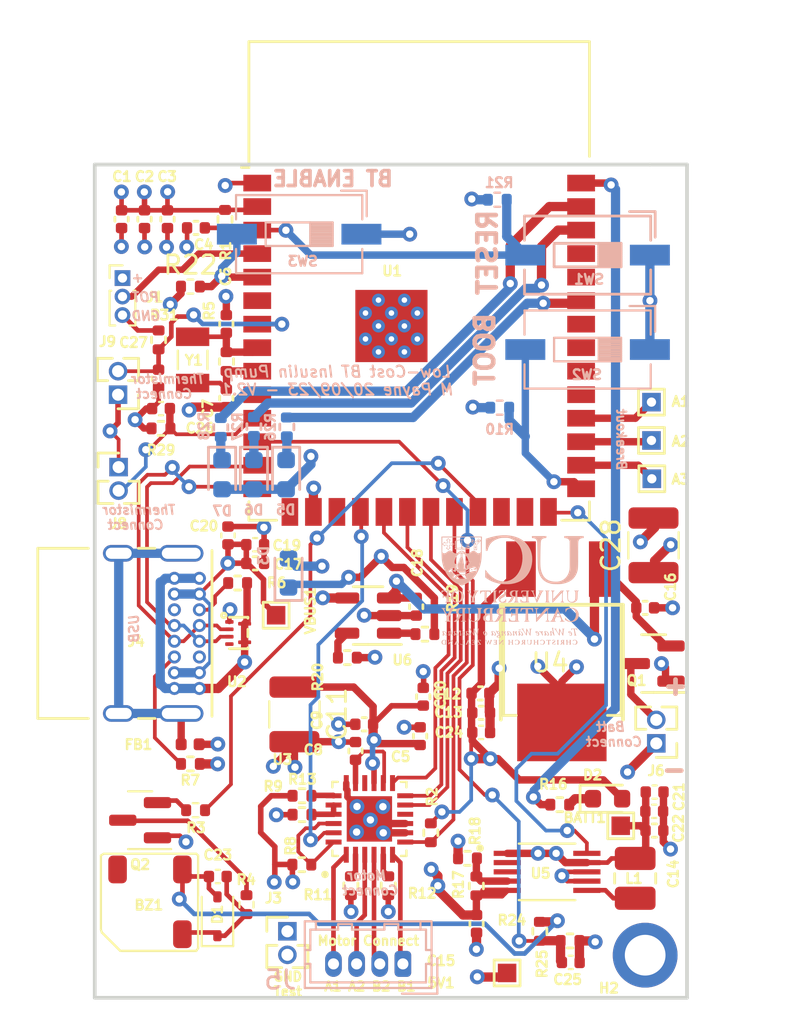
<source format=kicad_pcb>
(kicad_pcb (version 20221018) (generator pcbnew)
  (layers (0 "F.Cu" signal) (1 "In1.Cu" power) (2 "In2.Cu" power) (31 "B.Cu" signal) (34 "B.Paste" user) (35 "F.Paste" user) (36 "B.SilkS" user "B.Silkscreen") (37 "F.SilkS" user "F.Silkscreen") (38 "B.Mask" user) (39 "F.Mask" user) (44 "Edge.Cuts" user))
  (net 0 "")
  (net 1 "Net-(U1-IO37)")
  (net 2 "+BATT")
  (net 3 "GND")
  (net 4 "/EN")
  (net 5 "Net-(U1-IO36)")
  (net 6 "Net-(U1-IO35)")
  (net 7 "VBUS")
  (net 8 "Net-(U1-IO15)")
  (net 9 "Net-(U1-IO16)")
  (net 10 "Net-(U3-VINT)")
  (net 11 "Net-(D2-K)")
  (net 12 "Net-(D3-K)")
  (net 13 "Net-(D5-K)")
  (net 14 "Net-(D6-K)")
  (net 15 "Net-(D7-K)")
  (net 16 "Net-(J4-SHIELD)")
  (net 17 "/D+")
  (net 18 "/D-")
  (net 19 "Net-(J4-CC1)")
  (net 21 "Net-(J4-CC2)")
  (net 23 "Net-(J5-Pin_1)")
  (net 24 "Net-(J5-Pin_2)")
  (net 25 "Net-(J5-Pin_3)")
  (net 26 "Net-(J5-Pin_4)")
  (net 27 "Net-(J6-Pin_2)")
  (net 28 "Net-(U5-SW)")
  (net 29 "Net-(Q2-B)")
  (net 30 "Net-(Q2-C)")
  (net 31 "Net-(U3-DEC1)")
  (net 32 "+5V")
  (net 33 "Net-(U3-IO)")
  (net 34 "Net-(U3-AISEN)")
  (net 35 "Net-(U3-BISEN)")
  (net 36 "/Motor Driver/ADEC")
  (net 37 "/BUZZ_PIN")
  (net 38 "/BOOT")
  (net 39 "Net-(U5-FB)")
  (net 40 "Net-(U6-STAT)")
  (net 41 "Net-(U6-PROG)")
  (net 42 "+3V3")
  (net 43 "/5V_BOOST_EN")
  (net 44 "/STEP")
  (net 45 "/NSLEEP")
  (net 46 "/NENBL")
  (net 47 "/DIR")
  (net 48 "/NFAULT")
  (net 49 "/WIFI")
  (net 53 "/POT_ADC")
  (net 64 "/V_DIV")
  (net 65 "/STAT_LED1")
  (net 66 "/STAT_LED2")
  (net 67 "/STAT_LED3")
  (net 70 "/TH1")
  (net 71 "/TH2")
  (net 73 "Net-(BZ1-+)")
  (footprint "GlucoseWatchFootprints:SLP1710P4T" (layer "F.Cu") (at 37.275 45.3 -90)
    (fp_text reference "U2")
    (fp_text value "RCLAMP1624T.TCT")
  )
  (footprint "Inductor_SMD:L_0402_1005Metric" (layer "F.Cu") (at 35.155 51.31)
    (fp_text reference "FB1")
    (fp_text value "Ferrite Bead")
  )
  (footprint "SOP50P490X110-10N:SOP50P490X110-10N" (layer "F.Cu") (at 54.44 58.2)
    (fp_text reference "U5")
    (fp_text value "MCP16414T-IMN")
  )
  (footprint "Resistor_SMD:R_0402_1005Metric" (layer "F.Cu") (at 37.72 42.6)
    (fp_text reference "R6")
    (fp_text value "5.11k")
  )
  (footprint "MountingHole:MountingHole_2.2mm_M2_ISO7380_Pad_TopBottom" (layer "F.Cu") (at 59.74 62.7)
    (fp_text reference "H2")
    (fp_text value "MountingHole")
  )
  (footprint "TestPoint:TestPoint_Pad_1.0x1.0mm" (layer "F.Cu") (at 39.8 44.34)
    (fp_text reference "VBUS1")
    (fp_text value "TestPoint")
  )
  (footprint "Capacitor_SMD:C_0402_1005Metric" (layer "F.Cu") (at 60.25 53.89)
    (fp_text reference "C21")
    (fp_text value "100nF")
  )
  (footprint "Capacitor_SMD:C_0402_1005Metric" (layer "F.Cu") (at 60.23 54.93)
    (fp_text reference "C22")
    (fp_text value "100nF")
  )
  (footprint "Resistor_SMD:R_0402_1005Metric" (layer "F.Cu") (at 41.2 55.11 180)
    (fp_text reference "R9")
    (fp_text value "10K")
  )
  (footprint "Inductor_SMD:L_1008_2520Metric" (layer "F.Cu") (at 59.2 58.55 -90)
    (fp_text reference "L1")
    (fp_text value "4.7 uH")
  )
  (footprint "Connector_PinHeader_1.27mm:PinHeader_1x02_P1.27mm_Vertical" (layer "F.Cu") (at 31.29 36.34)
    (fp_text reference "J8")
    (fp_text value "Thermistor")
  )
  (footprint "TestPoint:TestPoint_THTPad_1.0x1.0mm_Drill0.5mm" (layer "F.Cu") (at 60.08 32.83)
    (fp_text reference "A1")
    (fp_text value "A0")
  )
  (footprint "Resistor_SMD:R_0402_1005Metric" (layer "F.Cu") (at 50.14 57.47 180)
    (fp_text reference "R18")
    (fp_text value "360k")
  )
  (footprint "Resistor_SMD:R_0402_1005Metric" (layer "F.Cu") (at 37.04 22.96 -90)
    (fp_text reference "R1")
    (fp_text value "10k")
  )
  (footprint "Capacitor_SMD:C_0402_1005Metric" (layer "F.Cu") (at 44.56 50.23 180)
    (fp_text reference "C9")
    (fp_text value "100nF")
  )
  (footprint "Capacitor_SMD:C_0402_1005Metric" (layer "F.Cu") (at 31.45 22.95 90)
    (fp_text reference "C1")
    (fp_text value "22u")
  )
  (footprint "Capacitor_SMD:C_0402_1005Metric" (layer "F.Cu") (at 50.88 49.61)
    (fp_text reference "C13")
    (fp_text value "1uF")
  )
  (footprint "Resistor_SMD:R_0402_1005Metric" (layer "F.Cu") (at 37.12 30.64 -90)
    (fp_text reference "R5")
    (fp_text value "TBD")
  )
  (footprint "Resistor_SMD:R_0402_1005Metric" (layer "F.Cu") (at 48.16 56.09 90)
    (fp_text reference "R2")
    (fp_text value "10K")
  )
  (footprint "Capacitor_SMD:C_0402_1005Metric" (layer "F.Cu") (at 59.74 43.94)
    (fp_text reference "C16")
    (fp_text value "10uF")
  )
  (footprint "Bluetooth Pump V2:ST-0503 BUZZER" (layer "F.Cu") (at 33.485 55.32 180)
    (fp_text reference "BZ1")
    (fp_text value "Buzzer")
  )
  (footprint "Capacitor_SMD:C_1210_3225Metric" (layer "F.Cu") (at 40.79 49.695 -90)
    (fp_text reference "C11")
    (fp_text value "100uF")
  )
  (footprint "Resistor_SMD:R_0402_1005Metric" (layer "F.Cu") (at 38.2 59.97 -90)
    (fp_text reference "R4")
    (fp_text value "TBD")
  )
  (footprint "Capacitor_SMD:C_0402_1005Metric" (layer "F.Cu") (at 50.63 61.01 -90)
    (fp_text reference "C15")
    (fp_text value "10uF")
  )
  (footprint "Capacitor_SMD:C_0402_1005Metric" (layer "F.Cu") (at 38.67 40.53 180)
    (fp_text reference "C19")
    (fp_text value "1uF")
  )
  (footprint "Resistor_SMD:R_0402_1005Metric" (layer "F.Cu") (at 41.19 57.81 180)
    (fp_text reference "R8")
    (fp_text value "10K")
  )
  (footprint "Resistor_SMD:R_0402_1005Metric" (layer "F.Cu") (at 33.58 34.25 180)
    (fp_text reference "R29")
    (fp_text value "10K")
  )
  (footprint "Capacitor_SMD:C_0402_1005Metric" (layer "F.Cu") (at 47.37 43.88 -90)
    (fp_text reference "C18")
    (fp_text value "4.7uF")
  )
  (footprint "Package_TO_SOT_SMD:SOT-23" (layer "F.Cu") (at 60.198 46.95 180)
    (fp_text reference "Q1")
    (fp_text value "SI2302DS,215")
  )
  (footprint "Connector_PinHeader_1.27mm:PinHeader_1x02_P1.27mm_Vertical" (layer "F.Cu") (at 31.26 32.43 180)
    (fp_text reference "J9")
    (fp_text value "Thermistor")
  )
  (footprint "Capacitor_SMD:C_0402_1005Metric" (layer "F.Cu") (at 50.88 50.67)
    (fp_text reference "C24")
    (fp_text value "10uF")
  )
  (footprint "Resistor_SMD:R_0402_1005Metric" (layer "F.Cu") (at 43.65 46.63)
    (fp_text reference "R20")
    (fp_text value "5K6")
  )
  (footprint "Capacitor_SMD:C_0402_1005Metric" (layer "F.Cu") (at 47.58 50.87 90)
    (fp_text reference "C5")
    (fp_text value "1uF" hide)
  )
  (footprint "Capacitor_SMD:C_0402_1005Metric" (layer "F.Cu") (at 50.84 48.56)
    (fp_text reference "C12")
    (fp_text value "100nF")
  )
  (footprint "Connector_PinHeader_1.27mm:PinHeader_1x02_P1.27mm_Vertical" (layer "F.Cu") (at 60.34 51.26 180)
    (fp_text reference "J6")
    (fp_text value "Conn_01x02")
  )
  (footprint "Resistor_SMD:R_0402_1005Metric" (layer "F.Cu") (at 35.17 26.59)
    (fp_text reference "R22")
    (fp_text value "10K")
  )
  (footprint "Diode_SMD:D_SOD-323" (layer "F.Cu") (at 36.63 60.6 90)
    (fp_text reference "D1")
    (fp_text value "SD103AWS")
  )
  (footprint "Capacitor_SMD:C_0402_1005Metric" (layer "F.Cu") (at 37.2 40.03 -90)
    (fp_text reference "C20")
    (fp_text value "100nF")
  )
  (footprint "Capacitor_SMD:C_0402_1005Metric" (layer "F.Cu") (at 33.93 22.95 -90)
    (fp_text reference "C3")
    (fp_text value "100nF")
  )
  (footprint "Capacitor_SMD:C_0402_1005Metric" (layer "F.Cu") (at 37.11 32.62 -90)
    (fp_text reference "C7")
    (fp_text value "12pF")
  )
  (footprint "FC-135_32.7680KA-A0:XTAL_FC-135_32.7680KA-A0" (layer "F.Cu") (at 35.29 30.55 90)
    (fp_text reference "Y1")
    (fp_text value "FC-135_32.7680KA-A0")
  )
  (footprint "Capacitor_SMD:C_0402_1005Metric" (layer "F.Cu") (at 32.69 22.95 90)
    (fp_text reference "C2")
    (fp_text value "1uF")
  )
  (footprint "Resistor_SMD:R_0402_1005Metric" (layer "F.Cu") (at 43.84 58.95 90)
    (fp_text reference "R11")
    (fp_text value "500m")
  )
  (footprint "Resistor_SMD:R_0402_1005Metric" (layer "F.Cu") (at 47.84 45.36)
    (fp_text reference "R19")
    (fp_text value "150R")
  )
  (footprint "Capacitor_SMD:C_0402_1005Metric" (layer "F.Cu") (at 33.58 33.18)
    (fp_text reference "C26")
    (fp_text value "10nF")
  )
  (footprint "Resistor_SMD:R_0402_1005Metric" (layer "F.Cu") (at 50.62 58.96 90)
    (fp_text reference "R17")
    (fp_text value "1.43M")
  )
  (footprint "LED_SMD:LED_0603_1608Metric" (layer "F.Cu") (at 57.7075 54.25)
    (fp_text reference "D2")
    (fp_text value "LED Green")
  )
  (footprint "Capacitor_SMD:C_0402_1005Metric" (layer "F.Cu") (at 35.47 23.42)
    (fp_text reference "C4")
    (fp_text value "1uF")
  )
  (footprint "Capacitor_SMD:C_0402_1005Metric" (layer "F.Cu") (at 47.75 48.74 90)
    (fp_text reference "C10")
    (fp_text value "10uF")
  )
  (footprint "Package_TO_SOT_SMD:SOT-23-5" (layer "F.Cu") (at 44.77 44.36 180)
    (fp_text reference "U6")
    (fp_text value "MCP73831-2-OT")
  )
  (footprint "Resistor_SMD:R_0402_1005Metric" (layer "F.Cu") (at 54.05 61.41 -90)
    (fp_text reference "R24")
    (fp_text value "100K")
  )
  (footprint "Resistor_SMD:R_0402_1005Metric" (layer "F.Cu") (at 33.45 29.47 90)
    (fp_text reference "R31")
    (fp_text value "10K")
  )
  (footprint "Connector_PinHeader_1.27mm:PinHeader_1x02_P1.27mm_Vertical" (layer "F.Cu") (at 40.41 61.41)
    (fp_text reference "J3")
    (fp_text value "GND TEST POINT")
  )
  (footprint "GlucoseWatchFootprints:ESP32-S3-WROOM-1" (layer "F.Cu") (at 47.53 26.26)
    (fp_text reference "U1")
    (fp_text value "ESP32-S3-WROOM-1-N16R2")
  )
  (footprint "Resistor_SMD:R_0402_1005Metric" (layer "F.Cu") (at 55.68 61.93)
    (fp_text reference "R25")
    (fp_text value "100K")
  )
  (footprint "Resistor_SMD:R_0402_1005Metric" (layer "F.Cu") (at 35.17 52.37)
    (fp_text reference "R7")
    (fp_text value "5.11k")
  )
  (footprint "Resistor_SMD:R_0402_1005Metric" (layer "F.Cu") (at 55.125 54.57 180)
    (fp_text reference "R16")
    (fp_text value "130R")
  )
  (footprint "Capacitor_SMD:C_0402_1005Metric" (layer "F.Cu") (at 37.11 28.61 -90)
    (fp_text reference "C6")
    (fp_text value "12pF")
  )
  (footprint "Connector_PinHeader_1.00mm:PinHeader_1x03_P1.00mm_Vertical" (layer "F.Cu") (at 31.5 26.13)
    (fp_text reference "J1")
    (fp_text value "Pot Connect")
  )
  (footprint "Package_TO_SOT_SMD:SOT-23" (layer "F.Cu") (at 32.4525 55.41 180)
    (fp_text reference "Q2")
    (fp_text value "MMBT2222A")
  )
  (footprint "Capacitor_SMD:C_0402_1005Metric" (layer "F.Cu") (at 55.72 63.09)
    (fp_text reference "C25")
    (fp_text value "10nF")
  )
  (footprint "Resistor_SMD:R_0402_1005Metric" (layer "F.Cu") (at 35.45 54.87 180)
    (fp_text reference "R3")
    (fp_text value "180R")
  )
  (footprint "Capacitor_SMD:C_0402_1005Metric" (layer "F.Cu") (at 44.09 51.67 90)
    (fp_text reference "C8")
    (fp_text value "2.2uF")
  )
  (footprint "Capacitor_SMD:C_0402_1005Metric" (layer "F.Cu") (at 38.67 41.54 180)
    (fp_text reference "C17")
    (fp_text value "4.7uF")
  )
  (footprint "Connector_USB:USB_C_Receptacle_GCT_USB4085" (layer "F.Cu") (at 35.655 42.345 -90)
    (fp_text reference "J4")
    (fp_text value "GCT USB4085")
  )
  (footprint "TestPoint:TestPoint_Pad_1.0x1.0mm" (layer "F.Cu") (at 58.42 55.71)
    (fp_text reference "BATT1")
    (fp_text value "TestPoint")
  )
  (footprint "DRV8846RGET:QFN50P400X400X100-25N" (layer "F.Cu") (at 44.84 55.34 90)
    (fp_text reference "U3")
    (fp_text value "DRV8846RGET")
  )
  (footprint "Capacitor_SMD:C_0402_1005Metric" (layer "F.Cu") (at 33.45 31.56 90)
    (fp_text reference "C27")
    (fp_text value "10nF")
  )
  (footprint "TestPoint:TestPoint_Pad_1.0x1.0mm" (layer "F.Cu") (at 52.28 63.66 180)
    (fp_text reference "5V1")
    (fp_text value "TestPoint")
  )
  (footprint "Bluetooth Pump V2:DPAK" (layer "F.Cu") (at 55.24 46.7772 180)
    (fp_text reference "U4")
    (fp_text value "~")
  )
  (footprint "Resistor_SMD:R_0402_1005Metric" (layer "F.Cu") (at 41.2 54.09 180)
    (fp_text reference "R13")
    (fp_text value "10K")
  )
  (footprint "TestPoint:TestPoint_THTPad_1.0x1.0mm_Drill0.5mm" (layer "F.Cu") (at 60.1 36.97)
    (fp_text reference "A3")
    (fp_text value "A0")
  )
  (footprint "TestPoint:TestPoint_THTPad_1.0x1.0mm_Drill0.5mm" (layer "F.Cu") (at 60.08 34.9)
    (fp_text reference "A2")
    (fp_text value "A0")
  )
  (footprint "Capacitor_SMD:C_1210_3225Metric" (layer "F.Cu") (at 60.19 40.565 90)
    (fp_text reference "C28")
    (fp_text value "100uF")
  )
  (footprint "Resistor_SMD:R_0402_1005Metric" (layer "F.Cu") (at 45.86 58.95 90)
    (fp_text reference "R12")
    (fp_text value "500m")
  )
  (footprint "Capacitor_SMD:C_0402_1005Metric" (layer "F.Cu") (at 36.65 58.45)
    (fp_text reference "C23")
    (fp_text value "1uF")
  )
  (footprint "Capacitor_SMD:C_0402_1005Metric" (layer "F.Cu") (at 60.24 55.97)
    (fp_text reference "C14")
    (fp_text value "10uF")
  )
  (footprint "LED_SMD:LED_0603_1608Metric" (layer "B.Cu") (at 40.34 36.75 -90)
    (fp_text reference "D5")
    (fp_text value "LED Blue")
  )
  (footprint "Resistor_SMD:R_0402_1005Metric" (layer "B.Cu") (at 40.38 34.17 90)
    (fp_text reference "R26")
    (fp_text value "50R")
  )
  (footprint "LED_SMD:LED_0603_1608Metric" (layer "B.Cu") (at 40.47 42.0575 90)
    (fp_text reference "D3")
    (fp_text value "LED Red")
  )
  (footprint "LED_SMD:LED_0603_1608Metric" (layer "B.Cu") (at 38.6 36.75 -90)
    (fp_text reference "D6")
    (fp_text value "LED Blue")
  )
  (footprint "Button_Switch_SMD:SW_DIP_SPSTx01_Slide_6.7x4.1mm_W6.73mm_P2.54mm_LowProfile_JPin" (layer "B.Cu") (at 56.63 24.89 180)
    (fp_text reference "SW1")
    (fp_text value "RESET" hide)
  )
  (footprint "Resistor_SMD:R_0402_1005Metric" (layer "B.Cu") (at 38.6 34.15 90)
    (fp_text reference "R27")
    (fp_text value "50R")
  )
  (footprint "Resistor_SMD:R_0402_1005Metric" (layer "B.Cu") (at 36.81 34.2 90)
    (fp_text reference "R28")
    (fp_text value "50R")
  )
  (footprint "LOGO" (layer "B.Cu") (at 52.56 42.92 180)
    (fp_text reference "G***" hide)
    (fp_text value "LOGO" hide)
  )
  (footprint "Resistor_SMD:R_0402_1005Metric" (layer "B.Cu") (at 51.75 21.9)
    (fp_text reference "R21")
    (fp_text value "10K")
  )
  (footprint "Button_Switch_SMD:SW_DIP_SPSTx01_Slide_6.7x4.1mm_W6.73mm_P2.54mm_LowProfile_JPin" (layer "B.Cu") (at 41.045 23.76 180)
    (fp_text reference "SW3")
    (fp_text value "WIFI")
  )
  (footprint "Connector_Hirose:Hirose_DF13-04P-1.25DSA_1x04_P1.25mm_Vertical" (layer "B.Cu") (at 46.65 63.17 180)
    (fp_text reference "J5")
    (fp_text value "Molex")
  )
  (footprint "Resistor_SMD:R_0402_1005Metric" (layer "B.Cu") (at 51.88 33.13)
    (fp_text reference "R10")
    (fp_text value "10K")
  )
  (footprint "LED_SMD:LED_0603_1608Metric" (layer "B.Cu") (at 36.88 36.75 -90)
    (fp_text reference "D7")
    (fp_text value "LED Blue")
  )
  (footprint "Button_Switch_SMD:SW_DIP_SPSTx01_Slide_6.7x4.1mm_W6.73mm_P2.54mm_LowProfile_JPin" (layer "B.Cu") (at 56.63 29.99 180)
    (fp_text reference "SW2")
    (fp_text value "BOOT")
  )
  (gr_line (start 62 65) (end 62 20) (stroke (width 0.2)) (layer "Edge.Cuts"))
  (gr_line (start 30 65) (end 62 65) (stroke (width 0.2)) (layer "Edge.Cuts"))
  (gr_line (start 60 20) (end 62 20) (stroke (width 0.2)) (layer "Edge.Cuts"))
  (gr_line (start 30 20) (end 30 65) (stroke (width 0.2)) (layer "Edge.Cuts"))
  (gr_line (start 60 20) (end 30 20) (stroke (width 0.2)) (layer "Edge.Cuts"))
  (gr_text " +\n" (at 32.53 26.11) (layer "B.SilkS") (effects (font (size 0.5 0.5) (thickness 0.1125) italic) (justify mirror)))
  (gr_text "Thermistor\n Connect" (at 32.42 39.05) (layer "B.SilkS") (effects (font (size 0.5 0.5) (thickness 0.1125) italic) (justify mirror)))
  (gr_text "Thermistor\n Connect" (at 33.97 31.98) (layer "B.SilkS") (effects (font (size 0.5 0.5) (thickness 0.1125) italic) (justify mirror)))
  (gr_text "-" (at 61.31 52.66) (layer "B.SilkS") (effects (font (size 1 1) (thickness 0.25)) (justify mirror)))
  (gr_text " BT ENABLE" (at 43.17 20.77) (layer "B.SilkS") (effects (font (size 0.8 0.8) (thickness 0.2)) (justify mirror)))
  (gr_text "BOOT" (at 51.08 29.99 90) (layer "B.SilkS") (effects (font (size 1 1) (thickness 0.25)) (justify mirror)))
  (gr_text "  Batt\n Connect" (at 58.27 50.77) (layer "B.SilkS") (effects (font (size 0.5 0.5) (thickness 0.1125) italic) (justify mirror)))
  (gr_text "GND\n" (at 32.79 28.18) (layer "B.SilkS") (effects (font (size 0.5 0.5) (thickness 0.1125) italic) (justify mirror)))
  (gr_text "POT" (at 32.77 27.16) (layer "B.SilkS") (effects (font (size 0.5 0.5) (thickness 0.1125) italic) (justify mirror)))
  (gr_text "Breakout" (at 58.45 34.88 270) (layer "B.SilkS") (effects (font (size 0.5 0.5) (thickness 0.1125) italic) (justify mirror)))
  (gr_text "Low-Cost BT Insulin Pump\nM Payne 20/09/23 - V2.1" (at 43.12 31.67) (layer "B.SilkS") (effects (font (size 0.6 0.6) (thickness 0.1125) italic) (justify mirror)))
  (gr_text "USB\n" (at 32.12 45.04 90) (layer "B.SilkS") (effects (font (size 0.5 0.5) (thickness 0.1125) italic) (justify mirror)))
  (gr_text " Motor\nConnect" (at 44.91 58.8) (layer "B.SilkS") (effects (font (size 0.5 0.5) (thickness 0.1125) italic) (justify mirror)))
  (gr_text "+" (at 61.38 48.13) (layer "B.SilkS") (effects (font (size 1 1) (thickness 0.25)) (justify mirror)))
  (gr_text "RESET" (at 51.22 24.75 90) (layer "B.SilkS") (effects (font (size 1 1) (thickness 0.25)) (justify mirror)))
  (gr_text "A1 A2 B2 B1" (at 44.87 64.39) (layer "F.SilkS") (effects (font (size 0.5 0.5) (thickness 0.125))))
  (gr_text " GND \nTest" (at 40.43 64.26) (layer "F.SilkS") (effects (font (size 0.5 0.5) (thickness 0.125))))
  (gr_text "-" (at 61.31 52.66) (layer "F.SilkS") (effects (font (size 1 1) (thickness 0.25)) (justify mirror)))
  (gr_text "Motor Connect" (at 44.78 61.92) (layer "F.SilkS") (effects (font (size 0.5 0.5) (thickness 0.125))))
  (gr_text "+" (at 61.38 48.13) (layer "F.SilkS") (effects (font (size 1 1) (thickness 0.25)) (justify mirror)))
  (segment (start 56.28 33.7) (end 59.21 33.7) (width 0.4) (layer "F.Cu") (net 1))
  (segment (start 59.21 33.7) (end 60.08 32.83) (width 0.4) (layer "F.Cu") (net 1))
  (segment (start 34.74 59.5) (end 34.57 59.67) (width 0.25) (layer "F.Cu") (net 2))
  (segment (start 45.9075 43.41) (end 47.36 43.41) (width 0.4) (layer "F.Cu") (net 2))
  (segment (start 59.28 57.395) (end 59.2 57.475) (width 0.5) (layer "F.Cu") (net 2))
  (segment (start 57.7 57.7) (end 56.59 57.7) (width 0.25) (layer "F.Cu") (net 2))
  (segment (start 59.26 44.42) (end 60.84 46) (width 0.4) (layer "F.Cu") (net 2))
  (segment (start 59.26 43.94) (end 59.26 44.42) (width 0.4) (layer "F.Cu") (net 2))
  (segment (start 55.43 57.7) (end 56.59 57.7) (width 0.4) (layer "F.Cu") (net 2))
  (segment (start 59.26 43.609) (end 57.5006 41.8496) (width 0.4) (layer "F.Cu") (net 2))
  (segment (start 54.05 60.9) (end 54.94 60.9) (width 0.5) (layer "F.Cu") (net 2))
  (segment (start 59.26 43.94) (end 59.26 43.609) (width 0.4) (layer "F.Cu") (net 2))
  (segment (start 47.36 43.41) (end 47.37 43.4) (width 0.4) (layer "F.Cu") (net 2))
  (segment (start 57.925 57.475) (end 57.7 57.7) (width 0.25) (layer "F.Cu") (net 2))
  (segment (start 36.17 58.45) (end 36.17 59.09) (width 0.25) (layer "F.Cu") (net 2))
  (segment (start 46.3 43.0175) (end 45.9075 43.41) (width 0.5) (layer "F.Cu") (net 2))
  (segment (start 46.3 42.5) (end 46.3 43.0175) (width 0.5) (layer "F.Cu") (net 2))
  (segment (start 59.2 57.475) (end 57.925 57.475) (width 0.25) (layer "F.Cu") (net 2))
  (segment (start 36.17 58.45) (end 35.215 58.45) (width 0.25) (layer "F.Cu") (net 2))
  (segment (start 52.29 57.2) (end 53.95 57.2) (width 0.4) (layer "F.Cu") (net 2))
  (segment (start 59.77 56.905) (end 59.2 57.475) (width 0.4) (layer "F.Cu") (net 2))
  (segment (start 57.0005 42.3497) (end 57.5006 41.8496) (width 0.5) (layer "F.Cu") (net 2))
  (segment (start 36.17 59.09) (end 36.63 59.55) (width 0.25) (layer "F.Cu") (net 2))
  (segment (start 59.225 57.5) (end 59.2 57.475) (width 0.5) (layer "F.Cu") (net 2))
  (segment (start 34.74 57.975) (end 34.74 59.5) (width 0.25) (layer "F.Cu") (net 2))
  (segment (start 57.0005 45.63) (end 57.0005 42.3497) (width 0.5) (layer "F.Cu") (net 2))
  (segment (start 35.215 58.45) (end 34.74 57.975) (width 0.25) (layer "F.Cu") (net 2))
  (segment (start 53.95 57.2) (end 54.93 57.2) (width 0.4) (layer "F.Cu") (net 2))
  (segment (start 58.42 55.71) (end 59.5 55.71) (width 0.4) (layer "F.Cu") (net 2))
  (segment (start 59.77 53.89) (end 59.77 56.905) (width 0.4) (layer "F.Cu") (net 2))
  (segment (start 54.94 60.9) (end 55 60.84) (width 0.5) (layer "F.Cu") (net 2))
  (segment (start 59.5 55.71) (end 59.76 55.97) (width 0.4) (layer "F.Cu") (net 2))
  (segment (start 54.93 57.2) (end 55.43 57.7) (width 0.4) (layer "F.Cu") (net 2))
  (via (at 57.0005 45.63) (size 0.8) (drill 0.4) (layers "F.Cu" "B.Cu") (net 2))
  (via (at 53.95 57.2) (size 0.8) (drill 0.4) (layers "F.Cu" "B.Cu") (net 2))
  (via (at 46.3 42.5) (size 0.8) (drill 0.4) (layers "F.Cu" "B.Cu") (net 2))
  (via (at 54.93 57.2) (size 0.8) (drill 0.4) (layers "F.Cu" "B.Cu") (net 2))
  (via (at 34.57 59.67) (size 0.8) (drill 0.4) (layers "F.Cu" "B.Cu") (net 2))
  (via (at 55 60.84) (size 0.8) (drill 0.4) (layers "F.Cu" "B.Cu") (net 2))
  (segment (start 57.0005 45.6005) (end 57.0005 45.63) (width 0.5) (layer "B.Cu") (net 2))
  (segment (start 46.3 42.5) (end 47.8 44) (width 0.5) (layer "B.Cu") (net 2))
  (segment (start 51.079932 61.002) (end 42.112 61.002) (width 0.25) (layer "B.Cu") (net 2))
  (segment (start 55 60.84) (end 53.23 62.61) (width 0.25) (layer "B.Cu") (net 2))
  (segment (start 52.687932 62.61) (end 51.079932 61.002) (width 0.25) (layer "B.Cu") (net 2))
  (segment (start 49.74 44) (end 55.4 44) (width 0.5) (layer "B.Cu") (net 2))
  (segment (start 41.58 60.47) (end 35.37 60.47) (width 0.25) (layer "B.Cu") (net 2))
  (segment (start 42.112 61.002) (end 41.58 60.47) (width 0.25) (layer "B.Cu") (net 2))
  (segment (start 35.37 60.47) (end 34.57 59.67) (width 0.25) (layer "B.Cu") (net 2))
  (segment (start 55.4 44) (end 57.0005 45.6005) (width 0.5) (layer "B.Cu") (net 2))
  (segment (start 47.8 44) (end 49.74 44) (width 0.5) (layer "B.Cu") (net 2))
  (segment (start 53.23 62.61) (end 52.687932 62.61) (width 0.25) (layer "B.Cu") (net 2))
  (segment (start 60.25 38.89) (end 60.25 39.61) (width 0.5) (layer "F.Cu") (net 3))
  (segment (start 49.63 57.47) (end 49.63 56.54) (width 0.5) (layer "F.Cu") (net 3))
  (segment (start 33.45 28.96) (end 32.33 28.96) (width 0.25) (layer "F.Cu") (net 3))
  (segment (start 38.78 21) (end 37.18 21) (width 0.25) (layer "F.Cu") (net 3))
  (segment (start 55.53 58.7) (end 55.24 58.41) (width 0.25) (layer "F.Cu") (net 3))
  (segment (start 60.84 47.17) (end 60.62 46.95) (width 0.4) (layer "F.Cu") (net 3))
  (segment (start 56.59 58.7) (end 55.53 58.7) (width 0.25) (layer "F.Cu") (net 3))
  (segment (start 55.24 47.92) (end 56.03 47.13) (width 0.4) (layer "F.Cu") (net 3))
  (segment (start 34.99 23.42) (end 34.99 24.44) (width 0.25) (layer "F.Cu") (net 3))
  (segment (start 38.23 42.6) (end 38.23 44.67) (width 0.4) (layer "F.Cu") (net 3))
  (segment (start 45.9075 44.36) (end 47.37 44.36) (width 0.4) (layer "F.Cu") (net 3))
  (segment (start 45.09 55.59) (end 44.895 55.395) (width 0.4) (layer "F.Cu") (net 3))
  (segment (start 43.653 54.153) (end 44.17 54.67) (width 0.35) (layer "F.Cu") (net 3))
  (segment (start 54.11 54.57) (end 53.7 54.16) (width 0.4) (layer "F.Cu") (net 3))
  (segment (start 44.16 46.63) (end 45.12 46.63) (width 0.4) (layer "F.Cu") (net 3))
  (segment (start 55.24 48.4) (end 53.94 47.1) (width 0.4) (layer "F.Cu") (net 3))
  (segment (start 60.72 56.58) (end 61.11 56.97) (width 0.4) (layer "F.Cu") (net 3))
  (segment (start 60.84 47.9) (end 60.89 47.9) (width 0.4) (layer "F.Cu") (net 3))
  (segment (start 43.84 60.34) (end 43.85 60.35) (width 0.3) (layer "F.Cu") (net 3))
  (segment (start 39.15 40.53) (end 39.15 39.61) (width 0.3) (layer "F.Cu") (net 3))
  (segment (start 33.07 34.25) (end 32.65 34.25) (width 0.35) (layer "F.Cu") (net 3))
  (segment (start 60.73 55.96) (end 60.72 55.97) (width 0.4) (layer "F.Cu") (net 3))
  (segment (start 43.18 50.23) (end 43.17 50.22) (width 0.3) (layer "F.Cu") (net 3))
  (segment (start 39.09 39.55) (end 39.14 39.6) (width 0.3) (layer "F.Cu") (net 3))
  (segment (start 50.63 62.37) (end 50.62 62.38) (width 0.5) (layer "F.Cu") (net 3))
  (segment (start 33.45 32.83) (end 33.1 33.18) (width 0.25) (layer "F.Cu") (net 3))
  (segment (start 31.45 23.43) (end 31.45 24.42) (width 0.25) (layer "F.Cu") (net 3))
  (segment (start 36.675 48.295) (end 38.1 46.87) (width 0.5) (layer "F.Cu") (net 3))
  (segment (start 60.34 51.26) (end 58.79 52.81) (width 0.5) (layer "F.Cu") (net 3))
  (segment (start 32.69 24.44) (end 32.7 24.45) (width 0.25) (layer "F.Cu") (net 3))
  (segment (start 43.59 53.73) (end 43.653 53.793) (width 0.35) (layer "F.Cu") (net 3))
  (segment (start 43.653 53.793) (end 43.653 54.153) (width 0.35) (layer "F.Cu") (net 3))
  (segment (start 54.63 49.52) (end 55.24 50.13) (width 0.4) (layer "F.Cu") (net 3))
  (segment (start 39.15 39.61) (end 39.14 39.6) (width 0.3) (layer "F.Cu") (net 3))
  (segment (start 55.24 50.13) (end 55.24 48.4) (width 0.4) (layer "F.Cu") (net 3))
  (segment (start 33.45 32.04) (end 33.45 32.83) (width 0.25) (layer "F.Cu") (net 3))
  (segment (start 54.79 49.68) (end 55.24 50.13) (width 0.4) (layer "F.Cu") (net 3))
  (segment (start 41.815 38.76) (end 41.815 37.485) (width 0.5) (layer "F.Cu") (net 3))
  (segment (start 44.895 55.395) (end 44.84 55.34) (width 0.4) (layer "F.Cu") (net 3))
  (segment (start 40.79 51.36) (end 39.65 52.5) (width 0.4) (layer "F.Cu") (net 3))
  (segment (start 56.59 58.2) (end 55.45 58.2) (width 0.25) (layer "F.Cu") (net 3))
  (segment (start 34.6 56.25) (end 34.93 56.58) (width 0.25) (layer "F.Cu") (net 3))
  (segment (start 47.57 50.4) (end 47.58 50.39) (width 0.3) (layer "F.Cu") (net 3))
  (segment (start 37.2 39.55) (end 39.09 39.55) (width 0.3) (layer "F.Cu") (net 3))
  (segment (start 38.1 44.8) (end 38.1 45.8) (width 0.4) (layer "F.Cu") (net 3))
  (segment (start 60.25 39.61) (end 59.48 40.38) (width 0.5) (layer "F.Cu") (net 3))
  (segment (start 43.2 51.19) (end 43.18 51.17) (width 0.3) (layer "F.Cu") (net 3))
  (segment (start 32.33 28.96) (end 31.5 28.13) (width 0.25) (layer "F.Cu") (net 3))
  (segment (start 55.24 50.13) (end 55.24 47.92) (width 0.4) (layer "F.Cu") (net 3))
  (segment (start 39.15 41.54) (end 39.15 40.53) (width 0.3) (layer "F.Cu") (net 3))
  (segment (start 45.9075 44.36) (end 44.58 44.36) (width 0.4) (layer "F.Cu") (net 3))
  (segment (start 54.615 54.57) (end 54.11 54.57) (width 0.4) (layer "F.Cu") (net 3))
  (segment (start 56.99 61.93) (end 57.04 61.98) (width 0.5) (layer "F.Cu") (net 3))
  (segment (start 44.08 50.23) (end 43.18 50.23) (width 0.3) (layer "F.Cu") (net 3))
  (segment (start 43.84 59.46) (end 43.84 60.34) (width 0.3) (layer "F.Cu") (net 3))
  (segment (start 40.69 55.11) (end 39.82 55.11) (width 0.3) (layer "F.Cu") (net 3))
  (segment (start 44.09 51.19) (end 43.2 51.19) (width 0.3) (layer "F.Cu") (net 3))
  (segment (start 51.32 49.57) (end 51.36 49.61) (width 0.5) (layer "F.Cu") (net 3))
  (segment (start 33.1 33.18) (end 32.78 33.18) (width 0.35) (layer "F.Cu") (net 3))
  (segment (start 35.655 48.295) (end 36.675 48.295) (width 0.5) (layer "F.Cu") (net 3))
  (segment (start 33.93 23.43) (end 33.93 24.41) (width 0.25) (layer "F.Cu") (net 3))
  (segment (start 37.11 33.1) (end 35.26 33.1) (width 0.5) (layer "F.Cu") (net 3))
  (segment (start 56.19 61.93) (end 56.99 61.93) (width 0.5) (layer "F.Cu") (net 3))
  (segment (start 33.93 24.41) (end 33.88 24.46) (width 0.25) (layer "F.Cu") (net 3))
  (segment (start 37.11 27.14) (end 37.09 27.12) (width 0.4) (layer "F.Cu") (net 3))
  (segment (start 47.77 48.255) (end 47.77 47.385) (width 0.3) (layer "F.Cu") (net 3))
  (segment (start 32.69 23.43) (end 32.69 24.44) (width 0.25) (layer "F.Cu") (net 3))
  (segment (start 32.65 34.25) (end 32.18 33.78) (width 0.35) (layer "F.Cu") (net 3))
  (segment (start 51.32 48.56) (end 51.32 49.57) (width 0.5) (layer "F.Cu") (net 3))
  (segment (start 40.79 51.17) (end 40.79 52.52) (width 0.4) (layer "F.Cu") (net 3))
  (segment (start 56.19 63.08) (end 56.2 63.09) (width 0.5) (layer "F.Cu") (net 3))
  (segment (start 41.815 37.485) (end 41.83 37.47) (width 0.5) (layer "F.Cu") (net 3))
  (segment (start 31.45 24.42) (end 31.44 24.43) (width 0.25) (layer "F.Cu") (net 3))
  (segment (start 60.22 43.94) (end 61.22 43.94) (width 0.4) (layer "F.Cu") (net 3))
  (segment (start 45.59 56.09) (end 44.84 55.34) (width 0.4) (layer "F.Cu") (net 3))
  (segment (start 40.79 51.17) (end 43.18 51.17) (width 0.4) (layer "F.Cu") (net 3))
  (segment (start 46.775 56.09) (end 45.59 56.09) (width 0.4) (layer "F.Cu") (net 3))
  (segment (start 60.73 53.89) (end 60.73 55.96) (width 0.4) (layer "F.Cu") (net 3))
  (segment (start 35.64 51.31) (end 36.64 51.31) (width 0.4) (layer "F.Cu") (net 3))
  (segment (start 60.17 51.43) (end 60.34 51.26) (width 0.5) (layer "F.Cu") (net 3))
  (segment (start 39.82 55.11) (end 39.81 55.12) (width 0.3) (layer "F.Cu") (net 3))
  (segment (start 38.1 45.8) (end 38.1 46.87) (width 0.4) (layer "F.Cu") (net 3))
  (segment (start 50.63 61.49) (end 50.63 62.37) (width 0.5) (layer "F.Cu") (net 3))
  (segment (start 60.72 55.97) (end 60.72 56.58) (width 0.4) (layer "F.Cu") (net 3))
  (segment (start 43.59 53.405) (end 43.59 53.73) (width 0.35) (layer "F.Cu") (net 3))
  (segment (start 36.64 51.31) (end 36.65 51.3) (width 0.4) (layer "F.Cu") (net 3))
  (segment (start 60.84 47.9) (end 60.84 47.17) (width 0.4) (layer "F.Cu") (net 3))
  (segment (start 35.68 52.37) (end 36.64 52.37) (width 0.5) (layer "F.Cu") (net 3))
  (segment (start 56.19 61.93) (end 56.19 63.08) (width 0.5) (layer "F.Cu") (net 3))
  (segment (start 45.86 59.46) (end 45.86 60.35) (width 0.3) (layer "F.Cu") (net 3))
  (segment (start 56.28 21) (end 57.8 21) (width 0.4) (layer "F.Cu") (net 3))
  (segment (start 45.12 46.63) (end 45.14 46.61) (width 0.4) (layer "F.Cu") (net 3))
  (segment (start 40.79 52.52) (end 40.82 52.55) (width 0.4) (layer "F.Cu") (net 3))
  (segment (start 34.99 24.44) (end 34.97 24.46) (width 0.25) (layer "F.Cu") (net 3))
  (segment (start 37.18 21) (end 37.05 21.13) (width 0.25) (layer "F.Cu") (net 3))
  (segment (start 35.26 33.1) (end 35.1 33.26) (width 0.5) (layer "F.Cu") (net 3))
  (segment (start 57.8 21) (end 57.9 21.1) (width 0.4) (layer "F.Cu") (net 3))
  (segment (start 47.58 50.39) (end 46.72 50.39) (width 0.3) (layer "F.Cu") (net 3))
  (segment (start 46.775 55.59) (end 45.09 55.59) (width 0.4) (layer "F.Cu") (net 3))
  (segment (start 33.39 56.25) (end 34.6 56.25) (width 0.25) (layer "F.Cu") (net 3))
  (segment (start 51.36 50.67) (end 51.36 49.61) (width 0.5) (layer "F.Cu") (net 3))
  (segment (start 32.78 33.18) (end 32.18 33.78) (width 0.35) (layer "F.Cu") (net 3))
  (segment (start 55.45 58.2) (end 55.24 58.41) (width 0.25) (layer "F.Cu") (net 3))
  (segment (start 51.85 48.03) (end 51.32 48.56) (width 0.5) (layer "F.Cu") (net 3))
  (segment (start 51.85 47.2) (end 51.85 48.03) (width 0.5) (layer "F.Cu") (net 3))
  (segment (start 38.23 44.67) (end 38.1 44.8) (width 0.4) (layer "F.Cu") (net 3))
  (segment (start 44.58 44.36) (end 44.56 44.34) (width 0.4) (layer "F.Cu") (net 3))
  (segment (start 37.11 28.13) (end 37.11 27.14) (width 0.4) (layer "F.Cu") (net 3))
  (segment (start 40.79 51.17) (end 40.79 51.36) (width 0.4) (layer "F.Cu") (net 3))
  (via (at 33.88 24.46) (size 0.8) (drill 0.4) (layers "F.Cu" "B.Cu") (net 3))
  (via (at 35.1 33.26) (size 0.8) (drill 0.4) (layers "F.Cu" "B.Cu") (net 3))
  (via (at 41.83 37.47) (size 0.8) (drill 0.4) (layers "F.Cu" "B.Cu") (net 3))
  (via (at 47.02 23.76) (size 0.8) (drill 0.4) (layers "F.Cu" "B.Cu") (net 3))
  (via (at 50.62 62.38) (size 0.8) (drill 0.4) (layers "F.Cu" "B.Cu") (net 3))
  (via (at 39.81 55.12) (size 0.8) (drill 0.4) (layers "F.Cu" "B.Cu") (net 3))
  (via (at 60 27.35) (size 0.8) (drill 0.4) (layers "F.Cu" "B.Cu") (net 3))
  (via (at 34.97 24.46) (size 0.8) (drill 0.4) (layers "F.Cu" "B.Cu") (net 3))
  (via (at 36.64 52.37) (size 0.8) (drill 0.4) (layers "F.Cu" "B.Cu") (net 3))
  (via (at 53.94 47.1) (size 0.8) (drill 0.4) (layers "F.Cu" "B.Cu") (net 3))
  (via (at 39.65 52.5) (size 0.8) (drill 0.4) (layers "F.Cu" "B.Cu") (net 3))
  (via (at 37.09 27.12) (size 0.8) (drill 0.4) (layers "F.Cu" "B.Cu") (net 3))
  (via (at 53.7 54.16) (size 0.8) (drill 0.4) (layers "F.Cu" "B.Cu") (net 3))
  (via (at 57.04 61.98) (size 0.8) (drill 0.4) (layers "F.Cu" "B.Cu") (net 3))
  (via (at 49.63 56.54) (size 0.8) (drill 0.4) (layers "F.Cu" "B.Cu") (net 3))
  (via (at 45.86 60.35) (size 0.8) (drill 0.4) (layers "F.Cu" "B.Cu") (net 3))
  (via (at 61.22 43.94) (size 0.8) (drill 0.4) (layers "F.Cu" "B.Cu") (net 3))
  (via (at 56.03 47.13) (size 0.8) (drill 0.4) (layers "F.Cu" "B.Cu") (net 3))
  (via (at 44.17 54.67) (size 0.8) (drill 0.4) (layers "F.Cu" "B.Cu") (net 3))
  (via (at 43.85 60.35) (size 0.8) (drill 0.4) (layers "F.Cu" "B.Cu") (net 3))
  (via (at 57.9 21.1) (size 0.8) (drill 0.4) (layers "F.Cu" "B.Cu") (net 3))
  (via (at 45.59 56.09) (size 0.8) (drill 0.4) (layers "F.Cu" "B.Cu") (net 3))
  (via (at 43.17 50.22) (size 0.8) (drill 0.4) (layers "F.Cu" "B.Cu") (net 3))
  (via (at 32.7 24.45) (size 0.8) (drill 0.4) (layers "F.Cu" "B.Cu") (net 3))
  (via (at 39.14 39.6) (size 0.8) (drill 0.4) (layers "F.Cu" "B.Cu") (net 3))
  (via (at 38.1 46.87) (size 0.8) (drill 0.4) (layers "F.Cu" "B.Cu") (net 3))
  (via (at 46.72 50.39) (size 0.8) (drill 0.4) (layers "F.Cu" "B.Cu") (net 3))
  (via (at 59.48 40.38) (size 0.8) (drill 0.4) (layers "F.Cu" "B.Cu") (net 3))
  (via (at 37.05 21.13) (size 0.8) (drill 0.4) (layers "F.Cu" "B.Cu") (net 3))
  (via (at 40.82 52.55) (size 0.8) (drill 0.4) (layers "F.Cu" "B.Cu") (net 3))
  (via (at 61.11 56.97) (size 0.8) (drill 0.4) (layers "F.Cu" "B.Cu") (net 3))
  (via (at 31.44 24.43) (size 0.8) (drill 0.4) (layers "F.Cu" "B.Cu") (net 3))
  (via (at 45.14 46.61) (size 0.8) (drill 0.4) (layers "F.Cu" "B.Cu") (net 3))
  (via (at 51.85 47.2) (size 0.8) (drill 0.4) (layers "F.Cu" "B.Cu") (net 3))
  (via (at 45.57 54.68) (size 0.8) (drill 0.4) (layers "F.Cu" "B.Cu") (net 3))
  (via (at 43.18 51.17) (size 0.8) (drill 0.4) (layers "F.Cu" "B.Cu") (net 3))
  (via (at 34.93 56.58) (size 0.8) (drill 0.4) (layers "F.Cu" "B.Cu") (net 3))
  (via (at 32.18 33.78) (size 0.8) (drill 0.4) (layers "F.Cu" "B.Cu") (net 3))
  (via (at 44.56 44.34) (size 0.8) (drill 0.4) (layers "F.Cu" "B.Cu") (net 3))
  (via (at 44.15 56.05) (size 0.8) (drill 0.4) (layers "F.Cu" "B.Cu") (net 3))
  (via (at 44.895 55.395) (size 0.8) (drill 0.4) (layers "F.Cu" "B.Cu") (net 3))
  (via (at 55.24 58.41) (size 0.8) (drill 0.4) (layers "F.Cu" "B.Cu") (net 3))
  (via (at 58.79 52.81) (size 0.8) (drill 0.4) (layers "F.Cu" "B.Cu") (net 3))
  (via (at 60.62 46.95) (size 0.8) (drill 0.4) (layers "F.Cu" "B.Cu") (net 3))
  (via (at 47.75 47.38) (size 0.8) (drill 0.4) (layers "F.Cu" "B.Cu") (net 3))
  (via (at 36.65 51.3) (size 0.8) (drill 0.4) (layers "F.Cu" "B.Cu") (net 3))
  (segment (start 33.54 42.540026) (end 33.54 48.079974) (width 0.5) (layer "B.Cu") (net 3))
  (segment (start 34.305 48.295) (end 35.655 48.295) (width 0.5) (layer "B.Cu") (net 3))
  (segment (start 59.995 27.355) (end 60 27.35) (width 0.5) (layer "B.Cu") (net 3))
  (segment (start 53.7 53.8) (end 54.14 53.36) (width 0.4) (layer "B.Cu") (net 3))
  (segment (start 58.14 49.36) (end 58.14 21.34) (width 0.5) (layer "B.Cu") (net 3))
  (segment (start 34.305 42.345) (end 33.810026 42.345) (width 0.5) (layer "B.Cu") (net 3))
  (segment (start 34.305 42.345) (end 35.655 42.345) (width 0.5) (layer "B.Cu") (net 3))
  (segment (start 33.810026 42.345) (end 33.605 42.550026) (width 0.5) (layer "B.Cu") (net 3))
  (segment (start 33.810026 48.295) (end 34.305 48.295) (width 0.5) (layer "B.Cu") (net 3))
  (segment (start 59.995 29.99) (end 59.995 27.355) (width 0.5) (layer "B.Cu") (net 3))
  (segment (start 47.02 23.76) (end 44.41 23.76) (width 0.4) (layer "B.Cu") (net 3))
  (segment (start 33.605 48.089974) (end 33.810026 48.295) (width 0.5) (layer "B.Cu") (net 3))
  (segment (start 59.995 27.345) (end 60 27.35) (width 0.5) (layer "B.Cu") (net 3))
  (segment (start 54.14 53.36) (end 58.14 49.36) (width 0.5) (layer "B.Cu") (net 3))
  (segment (start 59.995 24.89) (end 59.995 27.345) (width 0.5) (layer "B.Cu") (net 3))
  (segment (start 53.7 54.16) (end 53.7 53.8) (width 0.4) (layer "B.Cu") (net 3))
  (segment (start 58.14 21.34) (end 57.9 21.1) (width 0.5) (layer "B.Cu") (net 3))
  (segment (start 38.78 23.54) (end 37.11 23.54) (width 0.25) (layer "F.Cu") (net 4))
  (segment (start 35.95 23.42) (end 36.99 23.42) (width 0.25) (layer "F.Cu") (net 4))
  (segment (start 37.11 23.54) (end 37.04 23.47) (width 0.25) (layer "F.Cu") (net 4))
  (segment (start 40.32 23.54) (end 40.33 23.55) (width 0.25) (layer "F.Cu") (net 4))
  (segment (start 38.78 23.54) (end 40.32 23.54) (width 0.25) (layer "F.Cu") (net 4))
  (segment (start 36.99 23.42) (end 37.04 23.47) (width 0.25) (layer "F.Cu") (net 4))
  (via (at 40.33 23.55) (size 0.8) (drill 0.4) (layers "F.Cu" "B.Cu") (net 4))
  (segment (start 52.26 21.9) (end 52.26 23.885) (width 0.5) (layer "B.Cu") (net 4))
  (segment (start 53.265 24.89) (end 41.67 24.89) (width 0.4) (layer "B.Cu") (net 4))
  (segment (start 52.26 23.885) (end 53.265 24.89) (width 0.5) (layer "B.Cu") (net 4))
  (segment (start 41.67 24.89) (end 40.33 23.55) (width 0.4) (layer "B.Cu") (net 4))
  (segment (start 60.01 34.97) (end 60.08 34.9) (width 0.4) (layer "F.Cu") (net 5))
  (segment (start 56.28 34.97) (end 60.01 34.97) (width 0.4) (layer "F.Cu") (net 5))
  (segment (start 56.28 36.24) (end 59.37 36.24) (width 0.4) (layer "F.Cu") (net 6))
  (segment (start 59.37 36.24) (end 60.1 36.97) (width 0.4) (layer "F.Cu") (net 6))
  (segment (start 37.2 40.51) (end 37.2 41.52) (width 0.3) (layer "F.Cu") (net 7))
  (segment (start 38.17 40.51) (end 38.19 40.53) (width 0.3) (layer "F.Cu") (net 7))
  (segment (start 37.19 41.53) (end 37.19 41.66) (width 0.2) (layer "F.Cu") (net 7))
  (segment (start 37.2 40.51) (end 38.17 40.51) (width 0.3) (layer "F.Cu") (net 7))
  (segment (start 37.2 41.52) (end 37.19 41.53) (width 0.3) (layer "F.Cu") (net 7))
  (segment (start 37.275 44.075) (end 37.31 44.04) (width 0.25) (layer "F.Cu") (net 7))
  (segment (start 37.17 41.55) (end 37.19 41.53) (width 0.2) (layer "F.Cu") (net 7))
  (segment (start 42.33 43.41) (end 42.32 43.4) (width 0.5) (layer "F.Cu") (net 7))
  (segment (start 39.12 42.409727) (end 38.250273 41.54) (width 0.3) (layer "F.Cu") (net 7))
  (segment (start 39.8 44.34) (end 39.12 43.66) (width 0.3) (layer "F.Cu") (net 7))
  (segment (start 37.19 41.66) (end 35.655 43.195) (width 0.2) (layer "F.Cu") (net 7))
  (segment (start 38.18 41.53) (end 38.19 41.54) (width 0.3) (layer "F.Cu") (net 7))
  (segment (start 38.250273 41.54) (end 38.19 41.54) (width 0.3) (layer "F.Cu") (net 7))
  (segment (start 42.35 41.76) (end 42.28 41.69) (width 0.5) (layer "F.Cu") (net 7))
  (segment (start 37.275 44.7) (end 37.275 44.075) (width 0.25) (layer "F.Cu") (net 7))
  (segment (start 38.19 41.54) (end 38.19 40.53) (width 0.3) (layer "F.Cu") (net 7))
  (segment (start 39.12 43.66) (end 39.12 42.409727) (width 0.3) (layer "F.Cu") (net 7))
  (segment (start 43.6325 43.41) (end 42.33 43.41) (width 0.5) (layer "F.Cu") (net 7))
  (segment (start 37.19 41.53) (end 38.18 41.53) (width 0.3) (layer "F.Cu") (net 7))
  (segment (start 40.02 44.56) (end 39.8 44.34) (width 0.5) (layer "F.Cu") (net 7))
  (via (at 37.19 41.53) (size 0.8) (drill 0.4) (layers "F.Cu" "B.Cu") (net 7))
  (via (at 42.32 43.4) (size 0.8) (drill 0.4) (layers "F.Cu" "B.Cu") (net 7))
  (via (at 37.31 44.04) (size 0.8) (drill 0.4) (layers "F.Cu" "B.Cu") (net 7))
  (via (at 42.28 41.69) (size 0.8) (drill 0.4) (layers "F.Cu" "B.Cu") (net 7))
  (segment (start 36.232 43.772) (end 36.232 46.868) (width 0.2) (layer "B.Cu") (net 7))
  (segment (start 35.655 43.195) (end 36.232 43.772) (width 0.2) (layer "B.Cu") (net 7))
  (segment (start 36.232 46.868) (end 35.655 47.445) (width 0.2) (layer "B.Cu") (net 7))
  (segment (start 34.305 43.195) (end 35.655 43.195) (width 0.5) (layer "B.Cu") (net 7))
  (segment (start 34.305 47.445) (end 35.655 47.445) (width 0.5) (layer "B.Cu") (net 7))
  (segment (start 40.89 41.69) (end 40.47 41.27) (width 0.5) (layer "B.Cu") (net 7))
  (segment (start 42.28 41.69) (end 40.89 41.69) (width 0.5) (layer "B.Cu") (net 7))
  (segment (start 37.12 30.13) (end 38.54 30.13) (width 0.4) (layer "F.Cu") (net 8))
  (segment (start 38.54 30.13) (end 38.78 29.89) (width 0.4) (layer "F.Cu") (net 8))
  (segment (start 37.11 29.09) (end 37.11 30.12) (width 0.4) (layer "F.Cu") (net 8))
  (segment (start 35.29 29.3) (end 36.9 29.3) (width 0.25) (layer "F.Cu") (net 8))
  (segment (start 36.9 29.3) (end 37.11 29.09) (width 0.25) (layer "F.Cu") (net 8))
  (segment (start 37.11 30.12) (end 37.12 30.13) (width 0.4) (layer "F.Cu") (net 8))
  (segment (start 38.59 30.08) (end 38.78 29.89) (width 0.25) (layer "F.Cu") (net 8))
  (segment (start 37.12 31.15) (end 38.77 31.15) (width 0.4) (layer "F.Cu") (net 9))
  (segment (start 36.77 31.8) (end 37.11 32.14) (width 0.25) (layer "F.Cu") (net 9))
  (segment (start 37.12 32.13) (end 37.11 32.14) (width 0.4) (layer "F.Cu") (net 9))
  (segment (start 38.77 31.15) (end 38.78 31.16) (width 0.4) (layer "F.Cu") (net 9))
  (segment (start 37.12 31.15) (end 37.12 32.13) (width 0.4) (layer "F.Cu") (net 9))
  (segment (start 35.29 31.8) (end 36.77 31.8) (width 0.25) (layer "F.Cu") (net 9))
  (segment (start 45.637 53.358) (end 45.637 51.767001) (width 0.2) (layer "F.Cu") (net 10))
  (segment (start 45.59 53.405) (end 45.637 53.358) (width 0.2) (layer "F.Cu") (net 10))
  (segment (start 45.569999 51.7) (end 44.54 51.7) (width 0.2) (layer "F.Cu") (net 10))
  (segment (start 44.09 52.15) (end 44.09 53.405) (width 0.3) (layer "F.Cu") (net 10))
  (segment (start 44.54 51.7) (end 44.09 52.15) (width 0.2) (layer "F.Cu") (net 10))
  (segment (start 45.637 51.767001) (end 45.569999 51.7) (width 0.2) (layer "F.Cu") (net 10))
  (segment (start 55.635 54.57) (end 55.955 54.25) (width 0.5) (layer "F.Cu") (net 11))
  (segment (start 55.955 54.25) (end 56.92 54.25) (width 0.5) (layer "F.Cu") (net 11))
  (segment (start 46.7 41.76) (end 46.08 41.76) (width 0.4) (layer "F.Cu") (net 12))
  (segment (start 48.35 45.36) (end 48.35 43.41) (width 0.4) (layer "F.Cu") (net 12))
  (segment (start 48.35 43.41) (end 46.7 41.76) (width 0.4) (layer "F.Cu") (net 12))
  (segment (start 46.08 41.76) (end 45.48 41.16) (width 0.4) (layer "F.Cu") (net 12))
  (segment (start 43.72 42.29) (end 44.35 42.29) (width 0.4) (layer "F.Cu") (net 12))
  (segment (start 44.35 42.29) (end 45.48 41.16) (width 0.4) (layer "F.Cu") (net 12))
  (via (at 43.72 42.29) (size 0.8) (drill 0.4) (layers "F.Cu" "B.Cu") (net 12))
  (via (at 45.48 41.16) (size 0.8) (drill 0.4) (layers "F.Cu" "B.Cu") (net 12))
  (segment (start 40.47 42.845) (end 40.642 42.673) (width 0.4) (layer "B.Cu") (net 12))
  (segment (start 43.337 42.673) (end 43.72 42.29) (width 0.4) (layer "B.Cu") (net 12))
  (segment (start 40.642 42.673) (end 43.337 42.673) (width 0.4) (layer "B.Cu") (net 12))
  (segment (start 40.38 35.9225) (end 40.34 35.9625) (width 0.5) (layer "B.Cu") (net 13))
  (segment (start 40.38 34.68) (end 40.38 35.9225) (width 0.5) (layer "B.Cu") (net 13))
  (segment (start 38.6 34.66) (end 38.6 35.9625) (width 0.5) (layer "B.Cu") (net 14))
  (segment (start 36.81 35.8925) (end 36.88 35.9625) (width 0.5) (layer "B.Cu") (net 15))
  (segment (start 36.81 34.71) (end 36.81 35.8925) (width 0.5) (layer "B.Cu") (net 15))
  (segment (start 34.67 49.65) (end 34.675 49.645) (width 0.4) (layer "F.Cu") (net 16))
  (segment (start 34.67 51.31) (end 34.67 49.65) (width 0.4) (layer "F.Cu") (net 16))
  (segment (start 34.675 40.995) (end 31.295 40.995) (width 0.5) (layer "B.Cu") (net 16))
  (segment (start 31.295 40.995) (end 31.295 49.645) (width 0.5) (layer "B.Cu") (net 16))
  (segment (start 31.295 49.645) (end 34.675 49.645) (width 0.5) (layer "B.Cu") (net 16))
  (segment (start 38.67 37.4) (end 38.78 37.51) (width 0.2) (layer "F.Cu") (net 17))
  (segment (start 34.805 45.745) (end 35.655 44.895) (width 0.2) (layer "F.Cu") (net 17))
  (segment (start 32.375 37.2268) (end 32.8468 36.755) (width 0.2) (layer "F.Cu") (net 17))
  (segment (start 35.655 44.895) (end 36.595 44.895) (width 0.2) (layer "F.Cu") (net 17))
  (segment (start 35.09 37.4) (end 38.67 37.4) (width 0.2) (layer "F.Cu") (net 17))
  (segment (start 32.8468 36.755) (end 33.71 36.755) (width 0.2) (layer "F.Cu") (net 17))
  (segment (start 34.305 45.745) (end 32.375 43.815) (width 0.2) (layer "F.Cu") (net 17))
  (segment (start 33.795 36.755) (end 34.19 36.36) (width 0.2) (layer "F.Cu") (net 17))
  (segment (start 32.375 43.815) (end 32.375 37.2268) (width 0.2) (layer "F.Cu") (net 17))
  (segment (start 33.71 36.755) (end 33.795 36.755) (width 0.2) (layer "F.Cu") (net 17))
  (segment (start 36.595 44.895) (end 36.8 45.1) (width 0.2) (layer "F.Cu") (net 17))
  (segment (start 36.8 45.1) (end 37.275 45.1) (width 0.2) (layer "F.Cu") (net 17))
  (segment (start 34.305 45.745) (end 34.805 45.745) (width 0.2) (layer "F.Cu") (net 17))
  (via (at 35.09 37.4) (size 0.8) (drill 0.4) (layers "F.Cu" "B.Cu") (net 17))
  (via (at 34.19 36.36) (size 0.8) (drill 0.4) (layers "F.Cu" "B.Cu") (net 17))
  (segment (start 34.19 36.36) (end 34.19 36.5) (width 0.2) (layer "B.Cu") (net 17))
  (segment (start 34.19 36.5) (end 35.09 37.4) (width 0.2) (layer "B.Cu") (net 17))
  (segment (start 34.091397 44.895) (end 32.825 43.628603) (width 0.2) (layer "F.Cu") (net 18))
  (segment (start 34.231712 37.205) (end 35.126712 36.31) (width 0.2) (layer "F.Cu") (net 18))
  (segment (start 38.71 36.31) (end 38.78 36.24) (width 0.2) (layer "F.Cu") (net 18))
  (segment (start 36.79 45.5) (end 37.275 45.5) (width 0.2) (layer "F.Cu") (net 18))
  (segment (start 35.126712 36.31) (end 38.71 36.31) (width 0.2) (layer "F.Cu") (net 18))
  (segment (start 35.655 45.745) (end 36.545 45.745) (width 0.2) (layer "F.Cu") (net 18))
  (segment (start 34.305 44.895) (end 34.091397 44.895) (width 0.2) (layer "F.Cu") (net 18))
  (segment (start 32.825 37.4132) (end 33.0332 37.205) (width 0.2) (layer "F.Cu") (net 18))
  (segment (start 36.545 45.745) (end 36.79 45.5) (width 0.2) (layer "F.Cu") (net 18))
  (segment (start 33.0332 37.205) (end 34.231712 37.205) (width 0.2) (layer "F.Cu") (net 18))
  (segment (start 32.825 43.628603) (end 32.825 37.4132) (width 0.2) (layer "F.Cu") (net 18))
  (segment (start 34.305 44.895) (end 34.805 44.895) (width 0.2) (layer "B.Cu") (net 18))
  (segment (start 34.805 44.895) (end 35.655 45.745) (width 0.2) (layer "B.Cu") (net 18))
  (segment (start 36.5 43.31) (end 36.5 43.67) (width 0.2) (layer "F.Cu") (net 19))
  (segment (start 37.21 42.6) (end 36.5 43.31) (width 0.2) (layer "F.Cu") (net 19))
  (segment (start 36.5 43.67) (end 36.125 44.045) (width 0.2) (layer "F.Cu") (net 19))
  (segment (start 36.125 44.045) (end 35.655 44.045) (width 0.2) (layer "F.Cu") (net 19))
  (segment (start 34.66 52.37) (end 33.248 50.958) (width 0.2) (layer "F.Cu") (net 21))
  (segment (start 33.248 50.958) (end 33.248 47.652) (width 0.2) (layer "F.Cu") (net 21))
  (segment (start 33.248 47.652) (end 34.305 46.595) (width 0.2) (layer "F.Cu") (net 21))
  (segment (start 46.512 57.697) (end 46.512 63.032) (width 0.25) (layer "F.Cu") (net 23))
  (segment (start 46.09 57.275) (end 46.512 57.697) (width 0.25) (layer "F.Cu") (net 23))
  (segment (start 46.512 63.032) (end 46.65 63.17) (width 0.25) (layer "F.Cu") (net 23))
  (segment (start 45.09 57.275) (end 45.1 57.285) (width 0.25) (layer "F.Cu") (net 24))
  (segment (start 45.09 62.86) (end 45.4 63.17) (width 0.25) (layer "F.Cu") (net 24))
  (segment (start 45.09 57.275) (end 45.09 62.86) (width 0.25) (layer "F.Cu") (net 24))
  (segment (start 44.59 57.275) (end 44.59 60.532068) (width 0.25) (layer "F.Cu") (net 25))
  (segment (start 44.15 60.972068) (end 44.15 63.17) (width 0.25) (layer "F.Cu") (net 25))
  (segment (start 44.59 60.532068) (end 44.15 60.972068) (width 0.25) (layer "F.Cu") (net 25))
  (segment (start 43.59 57.275) (end 42.9 57.965) (width 0.25) (layer "F.Cu") (net 26))
  (segment (start 42.9 57.965) (end 42.9 63.17) (width 0.25) (layer "F.Cu") (net 26))
  (segment (start 60.34 49.99) (end 58.965 48.615) (width 0.4) (layer "F.Cu") (net 27))
  (segment (start 58.965 48.615) (end 58.965 46.95) (width 0.4) (layer "F.Cu") (net 27))
  (segment (start 58.025 59.625) (end 57.59 59.19) (width 0.25) (layer "F.Cu") (net 28))
  (segment (start 59.2 59.625) (end 58.025 59.625) (width 0.25) (layer "F.Cu") (net 28))
  (segment (start 57.59 59.19) (end 56.6 59.19) (width 0.25) (layer "F.Cu") (net 28))
  (segment (start 56.6 59.19) (end 56.59 59.2) (width 0.25) (layer "F.Cu") (net 28))
  (segment (start 33.39 54.35) (end 34.42 54.35) (width 0.25) (layer "F.Cu") (net 29))
  (segment (start 34.42 54.35) (end 34.94 54.87) (width 0.25) (layer "F.Cu") (net 29))
  (segment (start 38.2 58.62) (end 38.2 59.46) (width 0.25) (layer "F.Cu") (net 30))
  (segment (start 31.657 55.442) (end 35.022 55.442) (width 0.25) (layer "F.Cu") (net 30))
  (segment (start 31.515 55.3) (end 31.657 55.442) (width 0.25) (layer "F.Cu") (net 30))
  (segment (start 35.022 55.442) (end 38.2 58.62) (width 0.25) (layer "F.Cu") (net 30))
  (segment (start 42.11 55.62) (end 41.887 55.843) (width 0.2) (layer "F.Cu") (net 31))
  (segment (start 41.7 57.81) (end 41.7 57.795) (width 0.2) (layer "F.Cu") (net 31))
  (segment (start 41.400288 55.843) (end 41 56.243288) (width 0.2) (layer "F.Cu") (net 31))
  (segment (start 41.7 57.795) (end 42.905 56.59) (width 0.2) (layer "F.Cu") (net 31))
  (segment (start 42.11 55.59) (end 42.11 55.62) (width 0.2) (layer "F.Cu") (net 31))
  (segment (start 41 57.11) (end 41.7 57.81) (width 0.2) (layer "F.Cu") (net 31))
  (segment (start 41.887 55.843) (end 41.400288 55.843) (width 0.2) (layer "F.Cu") (net 31))
  (segment (start 41 56.243288) (end 41 57.11) (width 0.2) (layer "F.Cu") (net 31))
  (segment (start 42.905 55.59) (end 42.11 55.59) (width 0.2) (layer "F.Cu") (net 31))
  (segment (start 48.54 58.95) (end 48.54 59.17) (width 0.5) (layer "F.Cu") (net 32))
  (segment (start 50.68 63.88) (end 50.67 63.87) (width 0.5) (layer "F.Cu") (net 32))
  (segment (start 38.97 54.66) (end 38.97 56.08) (width 0.3) (layer "F.Cu") (net 32))
  (segment (start 45.04 50.23) (end 45.04 51.0235) (width 0.5) (layer "F.Cu") (net 32))
  (segment (start 52.26 63.88) (end 50.68 63.88) (width 0.5) (layer "F.Cu") (net 32))
  (segment (start 45.09 52.406) (end 45.0105 52.3265) (width 0.3) (layer "F.Cu") (net 32))
  (segment (start 43.99 48.22) (end 45.04 49.27) (width 0.4) (layer "F.Cu") (net 32))
  (segment (start 48.54 58.42) (end 48.18 58.06) (width 0.5) (layer "F.Cu") (net 32))
  (segment (start 39.73 58.72) (end 39.7 58.75) (width 0.3) (layer "F.Cu") (net 32))
  (segment (start 47.58 51.35) (end 47.503 51.273) (width 0.4) (layer "F.Cu") (net 32))
  (segment (start 39.73 57.8) (end 39.73 58.72) (width 0.3) (layer "F.Cu") (net 32))
  (segment (start 50.62 59.47) (end 50.62 60.52) (width 0.4) (layer "F.Cu") (net 32))
  (segment (start 40.68 58.72) (end 40.7 58.74) (width 0.3) (layer "F.Cu") (net 32))
  (segment (start 39.73 56.84) (end 39.73 57.8) (width 0.3) (layer "F.Cu") (net 32))
  (segment (start 39.54 54.09) (end 38.97 54.66) (width 0.3) (layer "F.Cu") (net 32))
  (segment (start 52.29 59.2) (end 52 59.49) (width 0.3) (layer "F.Cu") (net 32))
  (segment (start 38.97 56.08) (end 39.73 56.84) (width 0.3) (layer "F.Cu") (net 32))
  (segment (start 49.9 60.53) (end 50.63 60.53) (width 0.5) (layer "F.Cu") (net 32))
  (segment (start 50.62 60.52) (end 50.63 60.53) (width 0.4) (layer "F.Cu") (net 32))
  (segment (start 52.29 59.2) (end 50.98 59.2) (width 0.3) (layer "F.Cu") (net 32))
  (segment (start 48.54 59.17) (end 49.9 60.53) (width 0.5) (layer "F.Cu") (net 32))
  (segment (start 47.503 51.273) (end 45.2895 51.273) (width 0.4) (layer "F.Cu") (net 32))
  (segment (start 45.04 51.0235) (end 45.09 51.0735) (width 0.5) (layer "F.Cu") (net 32))
  (segment (start 40.69 54.09) (end 39.54 54.09) (width 0.3) (layer "F.Cu") (net 32))
  (segment (start 48.54 58.95) (end 48.54 58.42) (width 0.5) (layer "F.Cu") (net 32))
  (segment (start 40.68 57.81) (end 40.68 58.72) (width 0.3) (layer "F.Cu") (net 32))
  (segment (start 45.09 53.405) (end 45.09 52.406) (width 0.3) (layer "F.Cu") (net 32))
  (segment (start 47.83 49.23) (end 46.04 49.23) (width 0.3) (layer "F.Cu") (net 32))
  (segment (start 40.79 48.22) (end 43.99 48.22) (width 0.4) (layer "F.Cu") (net 32))
  (segment (start 52 59.49) (end 50.64 59.49) (width 0.3) (layer "F.Cu") (net 32))
  (segment (start 39.73 57.8) (end 40.67 57.8) (width 0.3) (layer "F.Cu") (net 32))
  (segment (start 40.67 57.8) (end 40.68 57.81) (width 0.3) (layer "F.Cu") (net 32))
  (segment (start 45.04 49.27) (end 45.04 50.23) (width 0.4) (layer "F.Cu") (net 32))
  (segment (start 45.2895 51.273) (end 45.09 51.0735) (width 0.4) (layer "F.Cu") (net 32))
  (segment (start 46.04 49.23) (end 45.04 50.23) (width 0.3) (layer "F.Cu") (net 32))
  (via (at 45.09 51.0735) (size 0.8) (drill 0.4) (layers "F.Cu" "B.Cu") (net 32))
  (via (at 48.54 58.95) (size 0.8) (drill 0.4) (layers "F.Cu" "B.Cu") (net 32))
  (via (at 45.0105 52.3265) (size 0.8) (drill 0.4) (layers "F.Cu" "B.Cu") (net 32))
  (via (at 39.7 58.75) (size 0.8) (drill 0.4) (layers "F.Cu" "B.Cu") (net 32))
  (via (at 50.67 63.87) (size 0.8) (drill 0.4) (layers "F.Cu" "B.Cu") (net 32))
  (via (at 48.18 58.06) (size 0.8) (drill 0.4) (layers "F.Cu" "B.Cu") (net 32))
  (via (at 40.7 58.74) (size 0.8) (drill 0.4) (layers "F.Cu" "B.Cu") (net 32))
  (segment (start 45.0105 52.3265) (end 45.0105 51.153) (width 0.3) (layer "B.Cu") (net 32))
  (segment (start 45.0105 51.153) (end 45.09 51.0735) (width 0.3) (layer "B.Cu") (net 32))
  (segment (start 41.73 55.09) (end 42.905 55.09) (width 0.3) (layer "F.Cu") (net 33))
  (segment (start 42.905 54.59) (end 42.905 55.09) (width 0.3) (layer "F.Cu") (net 33))
  (segment (start 44.09 58.19) (end 43.84 58.44) (width 0.3) (layer "F.Cu") (net 34))
  (segment (start 44.09 57.275) (end 44.09 58.19) (width 0.3) (layer "F.Cu") (net 34))
  (segment (start 45.59 57.275) (end 45.59 58.17) (width 0.3) (layer "F.Cu") (net 35))
  (segment (start 45.59 58.17) (end 45.86 58.44) (width 0.3) (layer "F.Cu") (net 35))
  (segment (start 41.73 54.07) (end 42.885 54.07) (width 0.3) (layer "F.Cu") (net 36))
  (segment (start 42.885 54.07) (end 42.905 54.09) (width 0.3) (layer "F.Cu") (net 36))
  (segment (start 41.653 44.417) (end 41.653 40.527) (width 0.2) (layer "F.Cu") (net 37))
  (segment (start 37.36 48.71) (end 40.03 46.04) (width 0.2) (layer "F.Cu") (net 37))
  (segment (start 48.56 36.13) (end 50.705 38.275) (width 0.2) (layer "F.Cu") (net 37))
  (segment (start 50.705 38.275) (end 50.705 38.76) (width 0.2) (layer "F.Cu") (net 37))
  (segment (start 35.96 54.87) (end 37.36 53.47) (width 0.2) (layer "F.Cu") (net 37))
  (segment (start 41.653 40.527) (end 42.01 40.17) (width 0.2) (layer "F.Cu") (net 37))
  (segment (start 40.03 46.04) (end 41.653 44.417) (width 0.2) (layer "F.Cu") (net 37))
  (segment (start 37.36 53.47) (end 37.36 48.71) (width 0.2) (layer "F.Cu") (net 37))
  (via (at 42.01 40.17) (size 0.8) (drill 0.4) (layers "F.Cu" "B.Cu") (net 37))
  (via (at 48.56 36.13) (size 0.8) (drill 0.4) (layers "F.Cu" "B.Cu") (net 37))
  (segment (start 46.05 36.13) (end 48.56 36.13) (width 0.2) (layer "B.Cu") (net 37))
  (segment (start 42.01 40.17) (end 46.05 36.13) (width 0.2) (layer "B.Cu") (net 37))
  (segment (start 54.81 37.13) (end 55.9 37.13) (width 0.4) (layer "F.Cu") (net 38))
  (segment (start 55.9 37.13) (end 56.28 37.51) (width 0.4) (layer "F.Cu") (net 38))
  (via (at 54.81 37.13) (size 0.8) (drill 0.4) (layers "F.Cu" "B.Cu") (net 38))
  (segment (start 52.39 33.13) (end 52.39 33.805) (width 0.5) (layer "B.Cu") (net 38))
  (segment (start 53.265 29.99) (end 53.265 34.68) (width 0.4) (layer "B.Cu") (net 38))
  (segment (start 53.265 35.585) (end 54.81 37.13) (width 0.4) (layer "B.Cu") (net 38))
  (segment (start 52.39 33.805) (end 53.265 34.68) (width 0.5) (layer "B.Cu") (net 38))
  (segment (start 53.265 34.68) (end 53.265 35.585) (width 0.4) (layer "B.Cu") (net 38))
  (segment (start 50.62 58.45) (end 50.62 57.48) (width 0.4) (layer "F.Cu") (net 39))
  (segment (start 52.29 58.7) (end 50.87 58.7) (width 0.4) (layer "F.Cu") (net 39))
  (segment (start 50.62 57.48) (end 50.63 57.47) (width 0.4) (layer "F.Cu") (net 39))
  (segment (start 50.87 58.7) (end 50.62 58.45) (width 0.4) (layer "F.Cu") (net 39))
  (segment (start 45.9075 45.31) (end 47.28 45.31) (width 0.4) (layer "F.Cu") (net 40))
  (segment (start 47.28 45.31) (end 47.33 45.36) (width 0.4) (layer "F.Cu") (net 40))
  (segment (start 43.14 46.63) (end 43.14 45.8025) (width 0.4) (layer "F.Cu") (net 41))
  (segment (start 43.14 45.8025) (end 43.6325 45.31) (width 0.4) (layer "F.Cu") (net 41))
  (segment (start 37.02 22.47) (end 37.04 22.45) (width 0.25) (layer "F.Cu") (net 42))
  (segment (start 48.16 55.58) (end 48.16 55.558497) (width 0.2) (layer "F.Cu") (net 42))
  (segment (start 50.89 48.019562) (end 50.36 48.549562) (width 0.4) (layer "F.Cu") (net 42))
  (segment (start 50.34 52.09) (end 50.34 51.18) (width 0.2) (layer "F.Cu") (net 42))
  (segment (start 38.6 22.45) (end 38.78 22.27) (width 0.25) (layer "F.Cu") (net 42))
  (segment (start 33.93 22.47) (end 33.93 21.48) (width 0.25) (layer "F.Cu") (net 42))
  (segment (start 52.933 53.233) (end 57.478 53.233) (width 0.4) (layer "F.Cu") (net 42))
  (segment (start 31.29 36.34) (end 31.29 34.85) (width 0.2) (layer "F.Cu") (net 42))
  (segment (start 51.37 52.09) (end 51.79 52.09) (width 0.4) (layer "F.Cu") (net 42))
  (segment (start 31.26 33.96) (end 30.83 34.39) (width 0.3) (layer "F.Cu") (net 42))
  (segment (start 50.36 50.63) (end 50.4 50.67) (width 0.4) (layer "F.Cu") (net 42))
  (segment (start 48.16 55.558497) (end 48.7565 54.961997) (width 0.2) (layer "F.Cu") (net 42))
  (segment (start 57.478 53.233) (end 58.495 54.25) (width 0.4) (layer "F.Cu") (net 42))
  (segment (start 60.25 41.84) (end 60.25 41.4) (width 0.5) (layer "F.Cu") (net 42))
  (segment (start 32.69 21.49) (end 32.68 21.48) (width 0.3) (layer "F.Cu") (net 42))
  (segment (start 50.89 43.9898) (end 50.89 48.019562) (width 0.4) (layer "F.Cu") (net 42))
  (segment (start 33.93 21.48) (end 33.94 21.47) (width 0.25) (layer "F.Cu") (net 42))
  (segment (start 31.26 32.43) (end 31.26 33.96) (width 0.3) (layer "F.Cu") (net 42))
  (segment (start 50.34 51.18) (end 50.4 51.12) (width 0.2) (layer "F.Cu") (net 42))
  (segment (start 50.4 51.12) (end 50.4 50.67) (width 0.4) (layer "F.Cu") (net 42))
  (segment (start 51.37 52.09) (end 50.34 52.09) (width 0.5) (layer "F.Cu") (net 42))
  (segment (start 32.69 22.47) (end 32.69 21.49) (width 0.3) (layer "F.Cu") (net 42))
  (segment (start 33.93 22.47) (end 37.02 22.47) (width 0.25) (layer "F.Cu") (net 42))
  (segment (start 34.66 26.59) (end 34.66 26.97) (width 0.4) (layer "F.Cu") (net 42))
  (segment (start 50.36 48.549562) (end 50.36 48.56) (width 0.4) (layer "F.Cu") (net 42))
  (segment (start 51.79 52.09) (end 52.933 53.233) (width 0.4) (layer "F.Cu") (net 42))
  (segment (start 31.45 22.47) (end 31.45 21.49) (width 0.25) (layer "F.Cu") (net 42))
  (segment (start 31.29 34.85) (end 30.83 34.39) (width 0.2) (layer "F.Cu") (net 42))
  (segment (start 51.37 52.09) (end 50.4 51.12) (width 0.4) (layer "F.Cu") (net 42))
  (segment (start 50.36 48.56) (end 50.36 50.63) (width 0.4) (layer "F.Cu") (net 42))
  (segment (start 34.66 26.97) (end 34.08 27.55) (width 0.4) (layer "F.Cu") (net 42))
  (segment (start 33.93 22.47) (end 31.45 22.47) (width 0.25) (layer "F.Cu") (net 42))
  (segment (start 37.04 22.45) (end 38.6 22.45) (width 0.25) (layer "F.Cu") (net 42))
  (segment (start 31.45 21.49) (end 31.44 21.48) (width 0.25) (layer "F.Cu") (net 42))
  (segment (start 60.25 41.4) (end 61.12 40.53) (width 0.5) (layer "F.Cu") (net 42))
  (segment (start 53.0302 41.8496) (end 50.89 43.9898) (width 0.4) (layer "F.Cu") (net 42))
  (via (at 32.68 21.48) (size 0.8) (drill 0.4) (layers "F.Cu" "B.Cu") (net 42))
  (via (at 41.68 35.76) (size 0.8) (drill 0.4) (layers "F.Cu" "B.Cu") (net 42))
  (via (at 50.34 52.09) (size 0.8) (drill 0.4) (layers "F.Cu" "B.Cu") (net 42))
  (via (at 31.44 21.48) (size 0.8) (drill 0.4) (layers "F.Cu" "B.Cu") (net 42))
  (via (at 50.43 33.1) (size 0.8) (drill 0.4) (layers "F.Cu" "B.Cu") (net 42))
  (via (at 51.37 52.09) (size 0.8) (drill 0.4) (layers "F.Cu" "B.Cu") (net 42))
  (via (at 61.12 40.53) (size 0.8) (drill 0.4) (layers "F.Cu" "B.Cu") (net 42))
  (via (at 30.83 34.39) (size 0.8) (drill 0.4) (layers "F.Cu" "B.Cu") (net 42))
  (via (at 34.08 27.55) (size 0.8) (drill 0.4) (layers "F.Cu" "B.Cu") (net 42))
  (via (at 33.94 21.47) (size 0.8) (drill 0.4) (layers "F.Cu" "B.Cu") (net 42))
  (via (at 50.37 21.86) (size 0.8) (drill 0.4) (layers "F.Cu" "B.Cu") (net 42))
  (via (at 48.7565 54.961997) (size 0.8) (drill 0.4) (layers "F.Cu" "B.Cu") (net 42))
  (segment (start 50.41 21.9) (end 50.37 21.86) (width 0.5) (layer "B.Cu") (net 42))
  (segment (start 48.7565 54.961997) (end 49.708003 54.961997) (width 0.2) (layer "B.Cu") (net 42))
  (segment (start 50.46 33.13) (end 50.43 33.1) (width 0.5) (layer "B.Cu") (net 42))
  (segment (start 40.34 37.5375) (end 41.68 36.1975) (width 0.5) (layer "B.Cu") (net 42))
  (segment (start 41.68 36.1975) (end 41.68 35.76) (width 0.5) (layer "B.Cu") (net 42))
  (segment (start 51.37 33.13) (end 50.46 33.13) (width 0.5) (layer "B.Cu") (net 42))
  (segment (start 40.34 37.5375) (end 36.88 37.5375) (width 0.5) (layer "B.Cu") (net 42))
  (segment (start 49.708003 54.961997) (end 50.34 54.33) (width 0.2) (layer "B.Cu") (net 42))
  (segment (start 51.24 21.9) (end 50.41 21.9) (width 0.5) (layer "B.Cu") (net 42))
  (segment (start 50.34 54.33) (end 50.34 52.09) (width 0.2) (layer "B.Cu") (net 42))
  (segment (start 56.1 38.8) (end 54.555 38.8) (width 0.2) (layer "F.Cu") (net 43))
  (segment (start 56.59 56.64) (end 55.92 55.97) (width 0.2) (layer "F.Cu") (net 43))
  (segment (start 56.59 57.2) (end 56.59 56.64) (width 0.2) (layer "F.Cu") (net 43))
  (segment (start 54.555 38.8) (end 54.515 38.76) (width 0.2) (layer "F.Cu") (net 43))
  (segment (start 55.92 55.97) (end 55.53 55.97) (width 0.2) (layer "F.Cu") (net 43))
  (via (at 55.53 55.97) (size 0.8) (drill 0.4) (layers "F.Cu" "B.Cu") (net 43))
  (via (at 56.1 38.8) (size 0.8) (drill 0.4) (layers "F.Cu" "B.Cu") (net 43))
  (segment (start 57.627 40.187) (end 57.627 49.19842) (width 0.2) (layer "B.Cu") (net 43))
  (segment (start 52.78 54.37) (end 54.38 55.97) (width 0.2) (layer "B.Cu") (net 43))
  (segment (start 53.596712 51.82) (end 52.78 52.636712) (width 0.2) (layer "B.Cu") (net 43))
  (segment (start 55.00542 51.82) (end 53.596712 51.82) (width 0.2) (layer "B.Cu") (net 43))
  (segment (start 57.627 49.19842) (end 55.00542 51.82) (width 0.2) (layer "B.Cu") (net 43))
  (segment (start 56.24 38.8) (end 57.627 40.187) (width 0.2) (layer "B.Cu") (net 43))
  (segment (start 52.78 52.636712) (end 52.78 54.37) (width 0.2) (layer "B.Cu") (net 43))
  (segment (start 56.1 38.8) (end 56.24 38.8) (width 0.2) (layer "B.Cu") (net 43))
  (segment (start 54.38 55.97) (end 55.53 55.97) (width 0.2) (layer "B.Cu") (net 43))
  (segment (start 46.895 40.675) (end 46.895 38.76) (width 0.2) (layer "F.Cu") (net 44))
  (segment (start 48.729 47.346104) (end 48.729 53.484552) (width 0.2) (layer "F.Cu") (net 44))
  (segment (start 48.729 53.484552) (end 48.123552 54.09) (width 0.2) (layer "F.Cu") (net 44))
  (segment (start 48.123552 54.09) (end 46.775 54.09) (width 0.2) (layer "F.Cu") (net 44))
  (segment (start 49.447 46.628104) (end 48.729 47.346104) (width 0.2) (layer "F.Cu") (net 44))
  (segment (start 49.447 46.628104) (end 49.447 43.227) (width 0.2) (layer "F.Cu") (net 44))
  (segment (start 49.447 43.227) (end 46.895 40.675) (width 0.2) (layer "F.Cu") (net 44))
  (segment (start 42.905 56.09) (end 42.4022 56.09) (width 0.2) (layer "F.Cu") (net 45))
  (segment (start 42.0222 56.47) (end 41.66 56.47) (width 0.2) (layer "F.Cu") (net 45))
  (segment (start 44.4 38.805) (end 44.355 38.76) (width 0.2) (layer "F.Cu") (net 45))
  (segment (start 42.4022 56.09) (end 42.0222 56.47) (width 0.2) (layer "F.Cu") (net 45))
  (segment (start 44.4 40.09) (end 44.4 38.805) (width 0.2) (layer "F.Cu") (net 45))
  (via (at 41.66 56.47) (size 0.8) (drill 0.4) (layers "F.Cu" "B.Cu") (net 45))
  (via (at 44.4 40.09) (size 0.8) (drill 0.4) (layers "F.Cu" "B.Cu") (net 45))
  (segment (start 41.66 49.18) (end 42.081644 48.758356) (width 0.2) (layer "B.Cu") (net 45))
  (segment (start 41.66 56.47) (end 41.66 49.18) (width 0.2) (layer "B.Cu") (net 45))
  (segment (start 42.081644 48.758356) (end 42.081644 45.931644) (width 0.2) (layer "B.Cu") (net 45))
  (segment (start 44.45 43.563288) (end 42.081644 45.931644) (width 0.2) (layer "B.Cu") (net 45))
  (segment (start 44.45 40.14) (end 44.45 43.563288) (width 0.2) (layer "B.Cu") (net 45))
  (segment (start 44.4 40.09) (end 44.45 40.14) (width 0.2) (layer "B.Cu") (net 45))
  (segment (start 49.056 53.62) (end 49.056 47.481552) (width 0.2) (layer "F.Cu") (net 46))
  (segment (start 46.775 54.59) (end 48.086 54.59) (width 0.2) (layer "F.Cu") (net 46))
  (segment (start 49.774 46.763552) (end 49.774 42.944) (width 0.2) (layer "F.Cu") (net 46))
  (segment (start 48.165 41.335) (end 48.165 38.76) (width 0.2) (layer "F.Cu") (net 46))
  (segment (start 48.086 54.59) (end 49.056 53.62) (width 0.2) (layer "F.Cu") (net 46))
  (segment (start 49.056 47.481552) (end 49.774 46.763552) (width 0.2) (layer "F.Cu") (net 46))
  (segment (start 49.774 42.944) (end 48.165 41.335) (width 0.2) (layer "F.Cu") (net 46))
  (segment (start 45.625 38.76) (end 45.625 39.885) (width 0.2) (layer "F.Cu") (net 47))
  (segment (start 45.625 39.885) (end 49.12 43.38) (width 0.2) (layer "F.Cu") (net 47))
  (segment (start 48.402 52.608) (end 47.9 53.11) (width 0.2) (layer "F.Cu") (net 47))
  (segment (start 47.9 53.11) (end 46.385 53.11) (width 0.2) (layer "F.Cu") (net 47))
  (segment (start 49.12 46.47) (end 48.402 47.188) (width 0.2) (layer "F.Cu") (net 47))
  (segment (start 49.12 43.38) (end 49.12 46.47) (width 0.2) (layer "F.Cu") (net 47))
  (segment (start 48.402 47.188) (end 48.402 52.608) (width 0.2) (layer "F.Cu") (net 47))
  (segment (start 46.385 53.11) (end 46.09 53.405) (width 0.2) (layer "F.Cu") (net 47))
  (segment (start 49.435 41.955) (end 50.101 42.621) (width 0.2) (layer "F.Cu") (net 48))
  (segment (start 50.101 42.621) (end 50.101 46.899) (width 0.2) (layer "F.Cu") (net 48))
  (segment (start 49.383 55.377) (end 48.16 56.6) (width 0.2) (layer "F.Cu") (net 48))
  (segment (start 49.383 47.617) (end 49.383 55.377) (width 0.2) (layer "F.Cu") (net 48))
  (segment (start 50.101 46.899) (end 49.383 47.617) (width 0.2) (layer "F.Cu") (net 48))
  (segment (start 49.435 38.76) (end 49.435 41.955) (width 0.2) (layer "F.Cu") (net 48))
  (segment (start 46.775 56.59) (end 48.15 56.59) (width 0.2) (layer "F.Cu") (net 48))
  (segment (start 48.15 56.59) (end 48.16 56.6) (width 0.2) (layer "F.Cu") (net 48))
  (segment (start 36.91 26.08) (end 36.86 26.03) (width 0.4) (layer "F.Cu") (net 49))
  (segment (start 36.3 26.59) (end 36.86 26.03) (width 0.4) (layer "F.Cu") (net 49))
  (segment (start 35.68 26.59) (end 36.3 26.59) (width 0.4) (layer "F.Cu") (net 49))
  (segment (start 38.78 26.08) (end 36.91 26.08) (width 0.4) (layer "F.Cu") (net 49))
  (via (at 36.86 26.03) (size 0.8) (drill 0.4) (layers "F.Cu" "B.Cu") (net 49))
  (segment (start 36.86 25.58) (end 36.86 26.03) (width 0.4) (layer "B.Cu") (net 49))
  (segment (start 37.68 24.76) (end 36.86 25.58) (width 0.4) (layer "B.Cu") (net 49))
  (segment (start 37.68 23.76) (end 37.68 24.76) (width 0.4) (layer "B.Cu") (net 49))
  (segment (start 31.5 27.13) (end 32 27.13) (width 0.35) (layer "F.Cu") (net 53))
  (segment (start 33.45 25.68) (end 34.742778 25.68) (width 0.35) (layer "F.Cu") (net 53))
  (segment (start 32 27.13) (end 33.45 25.68) (width 0.35) (layer "F.Cu") (net 53))
  (segment (start 34.742778 25.68) (end 35.612778 24.81) (width 0.35) (layer "F.Cu") (net 53))
  (segment (start 35.612778 24.81) (end 38.78 24.81) (width 0.35) (layer "F.Cu") (net 53))
  (segment (start 54.04 61.93) (end 54.05 61.92) (width 0.2) (layer "F.Cu") (net 64))
  (segment (start 50.14 42.197552) (end 50.428 42.485552) (width 0.2) (layer "F.Cu") (net 64))
  (segment (start 38.78 34.97) (end 46.45 34.97) (width 0.2) (layer "F.Cu") (net 64))
  (segment (start 50.428 47.034448) (end 49.71 47.752448) (width 0.2) (layer "F.Cu") (net 64))
  (segment (start 50.428 42.485552) (end 50.428 47.034448) (width 0.2) (layer "F.Cu") (net 64))
  (segment (start 55.17 61.93) (end 55.17 63.02) (width 0.5) (layer "F.Cu") (net 64))
  (segment (start 52.93 61.93) (end 54.04 61.93) (width 0.2) (layer "F.Cu") (net 64))
  (segment (start 55.16 61.92) (end 55.17 61.93) (width 0.5) (layer "F.Cu") (net 64))
  (segment (start 55.17 63.02) (end 55.24 63.09) (width 0.5) (layer "F.Cu") (net 64))
  (segment (start 50.14 40.29) (end 50.14 42.197552) (width 0.2) (layer "F.Cu") (net 64))
  (segment (start 49.71 52.68) (end 51.08 54.05) (width 0.2) (layer "F.Cu") (net 64))
  (segment (start 54.05 61.92) (end 55.16 61.92) (width 0.5) (layer "F.Cu") (net 64))
  (segment (start 49.71 47.752448) (end 49.71 52.68) (width 0.2) (layer "F.Cu") (net 64))
  (segment (start 51.08 54.05) (end 51.48 54.05) (width 0.2) (layer "F.Cu") (net 64))
  (segment (start 46.45 34.97) (end 48.82 37.34) (width 0.2) (layer "F.Cu") (net 64))
  (via (at 52.93 61.93) (size 0.8) (drill 0.4) (layers "F.Cu" "B.Cu") (net 64))
  (via (at 51.48 54.05) (size 0.8) (drill 0.4) (layers "F.Cu" "B.Cu") (net 64))
  (via (at 48.82 37.34) (size 0.8) (drill 0.4) (layers "F.Cu" "B.Cu") (net 64))
  (via (at 50.14 40.29) (size 0.8) (drill 0.4) (layers "F.Cu" "B.Cu") (net 64))
  (segment (start 48.82 37.34) (end 50.14 38.66) (width 0.2) (layer "B.Cu") (net 64))
  (segment (start 52.91 61.91) (end 52.93 61.93) (width 0.2) (layer "B.Cu") (net 64))
  (segment (start 52.91 55.48) (end 52.91 61.91) (width 0.2) (layer "B.Cu") (net 64))
  (segment (start 51.48 54.05) (end 52.91 55.48) (width 0.2) (layer "B.Cu") (net 64))
  (segment (start 50.14 38.66) (end 50.14 40.29) (width 0.2) (layer "B.Cu") (net 64))
  (segment (start 54.23 27.49) (end 56.14 27.49) (width 0.5) (layer "F.Cu") (net 65))
  (segment (start 56.14 27.49) (end 56.28 27.35) (width 0.5) (layer "F.Cu") (net 65))
  (via (at 54.23 27.49) (size 0.8) (drill 0.4) (layers "F.Cu" "B.Cu") (net 65))
  (segment (start 40.38 33.66) (end 47.201 33.66) (width 0.5) (layer "B.Cu") (net 65))
  (segment (start 47.201 33.66) (end 53.371 27.49) (width 0.5) (layer "B.Cu") (net 65))
  (segment (start 53.371 27.49) (end 54.23 27.49) (width 0.5) (layer "B.Cu") (net 65))
  (segment (start 54.14 26.51) (end 54.14 24.43) (width 0.5) (layer "F.Cu") (net 66))
  (segment (start 56.28 23.54) (end 56.8 23.54) (width 0.2) (layer "F.Cu") (net 66))
  (segment (start 54.14 24.43) (end 55.03 23.54) (width 0.5) (layer "F.Cu") (net 66))
  (segment (start 55.03 23.54) (end 56.28 23.54) (width 0.5) (layer "F.Cu") (net 66))
  (via (at 54.14 26.51) (size 0.8) (drill 0.4) (layers "F.Cu" "B.Cu") (net 66))
  (segment (start 38.6 33.64) (end 39.36 32.88) (width 0.5) (layer "B.Cu") (net 66))
  (segment (start 53.96 26.69) (end 54.14 26.51) (width 0.5) (layer "B.Cu") (net 66))
  (segment (start 53.284288 26.69) (end 53.96 26.69) (width 0.5) (layer "B.Cu") (net 66))
  (segment (start 39.36 32.88) (end 47.094288 32.88) (width 0.5) (layer "B.Cu") (net 66))
  (segment (start 47.094288 32.88) (end 53.284288 26.69) (width 0.5) (layer "B.Cu") (net 66))
  (segment (start 54.56 22.27) (end 55.653 22.27) (width 0.5) (layer "F.Cu") (net 67))
  (segment (start 52.451845 24.378155) (end 54.56 22.27) (width 0.5) (layer "F.Cu") (net 67))
  (segment (start 52.451845 26.424306) (end 52.451845 24.378155) (width 0.5) (layer "F.Cu") (net 67))
  (via (at 52.451845 26.424306) (size 0.8) (drill 0.4) (layers "F.Cu" "B.Cu") (net 67))
  (segment (start 52.573788 26.513788) (end 52.484306 26.424306) (width 0.5) (layer "B.Cu") (net 67))
  (segment (start 46.847576 32.24) (end 52.573788 26.513788) (width 0.5) (layer "B.Cu") (net 67))
  (segment (start 38.26 32.24) (end 46.847576 32.24) (width 0.5) (layer "B.Cu") (net 67))
  (segment (start 36.81 33.69) (end 38.26 32.24) (width 0.5) (layer "B.Cu") (net 67))
  (segment (start 52.484306 26.424306) (end 52.451845 26.424306) (width 0.5) (layer "B.Cu") (net 67))
  (segment (start 34.06 33.18) (end 34.06 34.22) (width 0.4) (layer "F.Cu") (net 70))
  (segment (start 38.47 33.7) (end 38.78 33.7) (width 0.2) (layer "F.Cu") (net 70))
  (segment (start 32.76 35.4) (end 32.94 35.4) (width 0.2) (layer "F.Cu") (net 70))
  (segment (start 34.06 34.22) (end 34.09 34.25) (width 0.4) (layer "F.Cu") (net 70))
  (segment (start 38.78 33.7) (end 38.48 33.7) (width 0.2) (layer "F.Cu") (net 70))
  (segment (start 34.407 34.567) (end 34.09 34.25) (width 0.2) (layer "F.Cu") (net 70))
  (segment (start 37.613 34.567) (end 34.407 34.567) (width 0.2) (layer "F.Cu") (net 70))
  (segment (start 32.94 35.4) (end 34.09 34.25) (width 0.2) (layer "F.Cu") (net 70))
  (segment (start 38.48 33.7) (end 37.613 34.567) (width 0.2) (layer "F.Cu") (net 70))
  (via (at 32.76 35.4) (size 0.8) (drill 0.4) (layers "F.Cu" "B.Cu") (net 70))
  (segment (start 32.76 35.4) (end 32.76 36.324) (width 0.2) (layer "B.Cu") (net 70))
  (segment (start 32.76 36.324) (end 31.474 37.61) (width 0.2) (layer "B.Cu") (net 70))
  (segment (start 31.474 37.61) (end 31.29 37.61) (width 0.2) (layer "B.Cu") (net 70))
  (segment (start 34.138 29.292) (end 34.138 28.548) (width 0.25) (layer "F.Cu") (net 71))
  (segment (start 34.138 28.548) (end 34.476 28.21) (width 0.25) (layer "F.Cu") (net 71))
  (segment (start 40.11 28.62) (end 38.78 28.62) (width 0.25) (layer "F.Cu") (net 71))
  (segment (start 34.476 28.21) (end 35.25 28.21) (width 0.25) (layer "F.Cu") (net 71))
  (segment (start 31.26 31.16) (end 33.37 31.16) (width 0.2) (layer "F.Cu") (net 71))
  (segment (start 35.25 28.21) (end 35.34 28.12) (width 0.25) (layer "F.Cu") (net 71))
  (segment (start 33.45 29.98) (end 34.138 29.292) (width 0.25) (layer "F.Cu") (net 71))
  (segment (start 33.45 29.98) (end 33.45 31.08) (width 0.25) (layer "F.Cu") (net 71))
  (segment (start 33.37 31.16) (end 33.45 31.08) (width 0.2) (layer "F.Cu") (net 71))
  (via (at 40.11 28.62) (size 0.8) (drill 0.4) (layers "F.Cu" "B.Cu") (net 71))
  (via (at 35.34 28.12) (size 0.8) (drill 0.4) (layers "F.Cu" "B.Cu") (net 71))
  (segment (start 35.83 28.61) (end 40.1 28.61) (width 0.25) (layer "B.Cu") (net 71))
  (segment (start 40.1 28.61) (end 40.11 28.62) (width 0.25) (layer "B.Cu") (net 71))
  (segment (start 35.34 28.12) (end 35.83 28.61) (width 0.25) (layer "B.Cu") (net 71))
  (segment (start 37.13 59.41) (end 37.13 58.45) (width 0.25) (layer "F.Cu") (net 73))
  (segment (start 37.03 61.65) (end 38.2 60.48) (width 0.25) (layer "F.Cu") (net 73))
  (segment (start 36.455 61.475) (end 36.63 61.65) (width 0.25) (layer "F.Cu") (net 73))
  (segment (start 36.63 61.65) (end 37.03 61.65) (width 0.25) (layer "F.Cu") (net 73))
  (segment (start 38.2 60.48) (end 37.13 59.41) (width 0.25) (layer "F.Cu") (net 73))
  (segment (start 34.74 61.475) (end 36.455 61.475) (width 0.25) (layer "F.Cu") (net 73))
)
</source>
